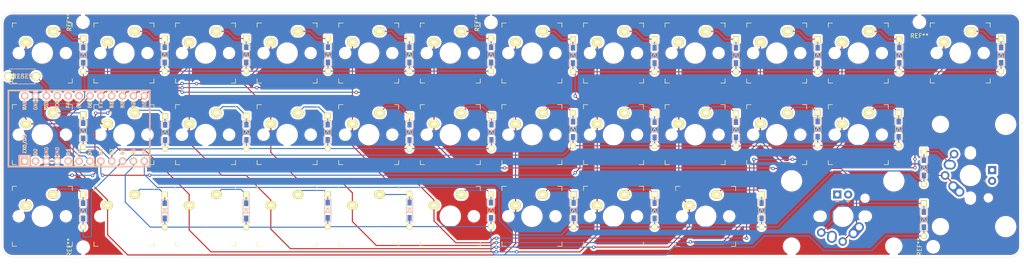
<source format=kicad_pcb>
(kicad_pcb (version 20171130) (host pcbnew "(5.1.5)-2")
  (layers (0 F.Cu signal) (31 B.Cu signal) (34 B.Paste user) (35 F.Paste user) (36 B.SilkS user) (37 F.SilkS user) (38 B.Mask user) (39 F.Mask user) (44 Edge.Cuts user))
  (net 0 "")
  (net 1 "Net-(D1-Pad1)")
  (net 2 row0)
  (net 3 "Net-(D2-Pad1)")
  (net 4 "Net-(D3-Pad1)")
  (net 5 "Net-(D4-Pad1)")
  (net 6 "Net-(D5-Pad1)")
  (net 7 "Net-(D6-Pad1)")
  (net 8 "Net-(D7-Pad1)")
  (net 9 row1)
  (net 10 "Net-(D8-Pad1)")
  (net 11 "Net-(D9-Pad1)")
  (net 12 "Net-(D10-Pad1)")
  (net 13 "Net-(D11-Pad1)")
  (net 14 "Net-(D12-Pad1)")
  (net 15 row2)
  (net 16 "Net-(D13-Pad1)")
  (net 17 "Net-(D14-Pad1)")
  (net 18 "Net-(D15-Pad1)")
  (net 19 "Net-(D16-Pad1)")
  (net 20 "Net-(D17-Pad1)")
  (net 21 "Net-(D18-Pad1)")
  (net 22 "Net-(D19-Pad1)")
  (net 23 row3)
  (net 24 "Net-(D20-Pad1)")
  (net 25 "Net-(D21-Pad1)")
  (net 26 "Net-(D22-Pad1)")
  (net 27 "Net-(D23-Pad1)")
  (net 28 "Net-(D24-Pad1)")
  (net 29 "Net-(D25-Pad1)")
  (net 30 row4)
  (net 31 "Net-(D26-Pad1)")
  (net 32 "Net-(D27-Pad1)")
  (net 33 "Net-(D28-Pad1)")
  (net 34 "Net-(D29-Pad1)")
  (net 35 "Net-(D30-Pad1)")
  (net 36 row5)
  (net 37 "Net-(D31-Pad1)")
  (net 38 "Net-(D32-Pad1)")
  (net 39 "Net-(D33-Pad1)")
  (net 40 "Net-(D34-Pad1)")
  (net 41 reset)
  (net 42 GND)
  (net 43 col0)
  (net 44 col1)
  (net 45 col2)
  (net 46 col3)
  (net 47 col4)
  (net 48 col5)
  (net 49 "Net-(U1-Pad1)")
  (net 50 "Net-(U1-Pad2)")
  (net 51 "Net-(U1-Pad5)")
  (net 52 "Net-(U1-Pad6)")
  (net 53 "Net-(U1-Pad19)")
  (net 54 "Net-(U1-Pad20)")
  (net 55 VCC)
  (net 56 "Net-(U1-Pad24)")
  (module MountingHole:MountingHole_2.2mm_M2 (layer F.Cu) (at 47.11 137.85 90)
    (fp_text reference REF** (at 0 -3.2 90) (layer F.SilkS))
    (fp_text value MountingHole_2.2mm_M2)
    (pad 1 np_thru_hole circle (at 0 0 90) (size 2.2 2.2) (drill 2.2) (layers *.Cu *.Mask))
  )
  (module MountingHole:MountingHole_2.2mm_M2 (layer F.Cu) (at 47.07 85.31 90)
    (fp_text reference REF** (at 0 -3.2 90) (layer F.SilkS))
    (fp_text value MountingHole_2.2mm_M2)
    (pad 1 np_thru_hole circle (at 0 0 90) (size 2.2 2.2) (drill 2.2) (layers *.Cu *.Mask))
  )
  (module MountingHole:MountingHole_2.2mm_M2 (layer F.Cu) (at 142.32 85.38 90)
    (fp_text reference REF** (at 0 -3.2 90) (layer F.SilkS))
    (fp_text value MountingHole_2.2mm_M2)
    (pad 1 np_thru_hole circle (at 0 0 90) (size 2.2 2.2) (drill 2.2) (layers *.Cu *.Mask))
  )
  (module MountingHole:MountingHole_2.2mm_M2 (layer F.Cu) (at 245.56 137.76 90)
    (fp_text reference REF** (at 0 -3.2 90) (layer F.SilkS))
    (fp_text value MountingHole_2.2mm_M2)
    (pad 1 np_thru_hole circle (at 0 0 90) (size 2.2 2.2) (drill 2.2) (layers *.Cu *.Mask))
  )
  (module MountingHole:MountingHole_2.2mm_M2 (layer F.Cu) (at 242.35 85.32 180)
    (fp_text reference REF** (at 0 -3.2) (layer F.SilkS))
    (fp_text value MountingHole_2.2mm_M2)
    (pad 1 np_thru_hole circle (at 0 0 180) (size 2.2 2.2) (drill 2.2) (layers *.Cu *.Mask))
  )
  (module kbd:CherryMX_1u (layer F.Cu) (at 37.58 130.63)
    (fp_text reference SW25 hide)
    (fp_text value KEY_SW hide)
    (pad 1 thru_hole oval (at -3.81 -2.54) (size 2.5 2) (drill oval 1.2 0.8) (layers *.Cu F.SilkS B.Mask) (net 48 col5))
    (pad 2 thru_hole oval (at 2.54 -5.08) (size 2.5 2) (drill oval 1.2 0.8) (layers *.Cu F.SilkS B.Mask) (net 28 "Net-(D24-Pad1)"))
    (pad "" np_thru_hole circle (at 5.5 0 90) (size 1.9 1.9) (drill 1.9) (layers *.Cu *.Mask))
    (pad "" np_thru_hole circle (at -5.5 0 90) (size 1.9 1.9) (drill 1.9) (layers *.Cu *.Mask))
    (pad "" np_thru_hole circle (at 0 0 90) (size 4 4) (drill 4) (layers *.Cu *.Mask))
  )
  (module kbd:CherryMX_1u (layer F.Cu) (at 113.78 92.53)
    (fp_text reference SW6 hide)
    (fp_text value KEY_SW hide)
    (pad "" np_thru_hole circle (at 0 0 90) (size 4 4) (drill 4) (layers *.Cu *.Mask))
    (pad "" np_thru_hole circle (at -5.5 0 90) (size 1.9 1.9) (drill 1.9) (layers *.Cu *.Mask))
    (pad "" np_thru_hole circle (at 5.5 0 90) (size 1.9 1.9) (drill 1.9) (layers *.Cu *.Mask))
    (pad 2 thru_hole oval (at 2.54 -5.08) (size 2.5 2) (drill oval 1.2 0.8) (layers *.Cu F.SilkS B.Mask) (net 6 "Net-(D5-Pad1)"))
    (pad 1 thru_hole oval (at -3.81 -2.54) (size 2.5 2) (drill oval 1.2 0.8) (layers *.Cu F.SilkS B.Mask) (net 47 col4))
  )
  (module kbd:D3_TH_SMD (layer F.Cu) (at 123.3 111.04 270)
    (fp_text reference D17 hide)
    (fp_text value DIODE hide)
    (pad 1 smd rect (at -1.775 0 270) (size 1.3 0.95) (layers F.Cu F.Paste F.Mask) (net 20 "Net-(D17-Pad1)"))
    (pad 2 smd rect (at 1.775 0 270) (size 1.3 0.95) (layers B.Cu B.Paste B.Mask) (net 15 row2))
    (pad 1 smd rect (at -1.775 0 270) (size 1.3 0.95) (layers B.Cu B.Paste B.Mask) (net 20 "Net-(D17-Pad1)"))
    (pad 1 thru_hole rect (at -3.81 0 270) (size 1.397 1.397) (drill 0.8128) (layers *.Cu *.Mask F.SilkS) (net 20 "Net-(D17-Pad1)"))
    (pad 2 thru_hole circle (at 3.81 0 270) (size 1.397 1.397) (drill 0.8128) (layers *.Cu *.Mask F.SilkS) (net 15 row2))
    (pad 2 smd rect (at 1.775 0 270) (size 1.3 0.95) (layers F.Cu F.Paste F.Mask) (net 15 row2))
  )
  (module kbd:D3_TH_SMD (layer F.Cu) (at 180.51 93.09 270)
    (fp_text reference D8 hide)
    (fp_text value DIODE hide)
    (pad 1 smd rect (at -1.775 0 270) (size 1.3 0.95) (layers F.Cu F.Paste F.Mask) (net 10 "Net-(D8-Pad1)"))
    (pad 2 smd rect (at 1.775 0 270) (size 1.3 0.95) (layers B.Cu B.Paste B.Mask) (net 9 row1))
    (pad 1 smd rect (at -1.775 0 270) (size 1.3 0.95) (layers B.Cu B.Paste B.Mask) (net 10 "Net-(D8-Pad1)"))
    (pad 1 thru_hole rect (at -3.81 0 270) (size 1.397 1.397) (drill 0.8128) (layers *.Cu *.Mask F.SilkS) (net 10 "Net-(D8-Pad1)"))
    (pad 2 thru_hole circle (at 3.81 0 270) (size 1.397 1.397) (drill 0.8128) (layers *.Cu *.Mask F.SilkS) (net 9 row1))
    (pad 2 smd rect (at 1.775 0 270) (size 1.3 0.95) (layers F.Cu F.Paste F.Mask) (net 9 row1))
  )
  (module kbd:CherryMX_1u (layer F.Cu) (at 251.88 92.51)
    (fp_text reference SW13 hide)
    (fp_text value KEY_SW hide)
    (pad 1 thru_hole oval (at -3.81 -2.54) (size 2.5 2) (drill oval 1.2 0.8) (layers *.Cu F.SilkS B.Mask) (net 48 col5))
    (pad 2 thru_hole oval (at 2.54 -5.08) (size 2.5 2) (drill oval 1.2 0.8) (layers *.Cu F.SilkS B.Mask) (net 14 "Net-(D12-Pad1)"))
    (pad "" np_thru_hole circle (at 5.5 0 90) (size 1.9 1.9) (drill 1.9) (layers *.Cu *.Mask))
    (pad "" np_thru_hole circle (at -5.5 0 90) (size 1.9 1.9) (drill 1.9) (layers *.Cu *.Mask))
    (pad "" np_thru_hole circle (at 0 0 90) (size 4 4) (drill 4) (layers *.Cu *.Mask))
  )
  (module kbd:D3_TH_SMD (layer F.Cu) (at 47.14 93 270)
    (fp_text reference D1 hide)
    (fp_text value DIODE hide)
    (pad 1 smd rect (at -1.775 0 270) (size 1.3 0.95) (layers F.Cu F.Paste F.Mask) (net 1 "Net-(D1-Pad1)"))
    (pad 2 smd rect (at 1.775 0 270) (size 1.3 0.95) (layers B.Cu B.Paste B.Mask) (net 2 row0))
    (pad 1 smd rect (at -1.775 0 270) (size 1.3 0.95) (layers B.Cu B.Paste B.Mask) (net 1 "Net-(D1-Pad1)"))
    (pad 1 thru_hole rect (at -3.81 0 270) (size 1.397 1.397) (drill 0.8128) (layers *.Cu *.Mask F.SilkS) (net 1 "Net-(D1-Pad1)"))
    (pad 2 thru_hole circle (at 3.81 0 270) (size 1.397 1.397) (drill 0.8128) (layers *.Cu *.Mask F.SilkS) (net 2 row0))
    (pad 2 smd rect (at 1.775 0 270) (size 1.3 0.95) (layers F.Cu F.Paste F.Mask) (net 2 row0))
  )
  (module kbd:D3_TH_SMD (layer F.Cu) (at 66.15 92.95 270)
    (fp_text reference D2 hide)
    (fp_text value DIODE hide)
    (pad 2 smd rect (at 1.775 0 270) (size 1.3 0.95) (layers F.Cu F.Paste F.Mask) (net 2 row0))
    (pad 2 thru_hole circle (at 3.81 0 270) (size 1.397 1.397) (drill 0.8128) (layers *.Cu *.Mask F.SilkS) (net 2 row0))
    (pad 1 thru_hole rect (at -3.81 0 270) (size 1.397 1.397) (drill 0.8128) (layers *.Cu *.Mask F.SilkS) (net 3 "Net-(D2-Pad1)"))
    (pad 1 smd rect (at -1.775 0 270) (size 1.3 0.95) (layers B.Cu B.Paste B.Mask) (net 3 "Net-(D2-Pad1)"))
    (pad 2 smd rect (at 1.775 0 270) (size 1.3 0.95) (layers B.Cu B.Paste B.Mask) (net 2 row0))
    (pad 1 smd rect (at -1.775 0 270) (size 1.3 0.95) (layers F.Cu F.Paste F.Mask) (net 3 "Net-(D2-Pad1)"))
  )
  (module kbd:D3_TH_SMD (layer F.Cu) (at 85.18 92.95 270)
    (fp_text reference D3 hide)
    (fp_text value DIODE hide)
    (pad 1 smd rect (at -1.775 0 270) (size 1.3 0.95) (layers F.Cu F.Paste F.Mask) (net 4 "Net-(D3-Pad1)"))
    (pad 2 smd rect (at 1.775 0 270) (size 1.3 0.95) (layers B.Cu B.Paste B.Mask) (net 2 row0))
    (pad 1 smd rect (at -1.775 0 270) (size 1.3 0.95) (layers B.Cu B.Paste B.Mask) (net 4 "Net-(D3-Pad1)"))
    (pad 1 thru_hole rect (at -3.81 0 270) (size 1.397 1.397) (drill 0.8128) (layers *.Cu *.Mask F.SilkS) (net 4 "Net-(D3-Pad1)"))
    (pad 2 thru_hole circle (at 3.81 0 270) (size 1.397 1.397) (drill 0.8128) (layers *.Cu *.Mask F.SilkS) (net 2 row0))
    (pad 2 smd rect (at 1.775 0 270) (size 1.3 0.95) (layers F.Cu F.Paste F.Mask) (net 2 row0))
  )
  (module kbd:D3_TH_SMD (layer F.Cu) (at 104.27 92.94 270)
    (fp_text reference D4 hide)
    (fp_text value DIODE hide)
    (pad 2 smd rect (at 1.775 0 270) (size 1.3 0.95) (layers F.Cu F.Paste F.Mask) (net 2 row0))
    (pad 2 thru_hole circle (at 3.81 0 270) (size 1.397 1.397) (drill 0.8128) (layers *.Cu *.Mask F.SilkS) (net 2 row0))
    (pad 1 thru_hole rect (at -3.81 0 270) (size 1.397 1.397) (drill 0.8128) (layers *.Cu *.Mask F.SilkS) (net 5 "Net-(D4-Pad1)"))
    (pad 1 smd rect (at -1.775 0 270) (size 1.3 0.95) (layers B.Cu B.Paste B.Mask) (net 5 "Net-(D4-Pad1)"))
    (pad 2 smd rect (at 1.775 0 270) (size 1.3 0.95) (layers B.Cu B.Paste B.Mask) (net 2 row0))
    (pad 1 smd rect (at -1.775 0 270) (size 1.3 0.95) (layers F.Cu F.Paste F.Mask) (net 5 "Net-(D4-Pad1)"))
  )
  (module kbd:D3_TH_SMD (layer F.Cu) (at 123.28 92.94 270)
    (fp_text reference D5 hide)
    (fp_text value DIODE hide)
    (pad 2 smd rect (at 1.775 0 270) (size 1.3 0.95) (layers F.Cu F.Paste F.Mask) (net 2 row0))
    (pad 2 thru_hole circle (at 3.81 0 270) (size 1.397 1.397) (drill 0.8128) (layers *.Cu *.Mask F.SilkS) (net 2 row0))
    (pad 1 thru_hole rect (at -3.81 0 270) (size 1.397 1.397) (drill 0.8128) (layers *.Cu *.Mask F.SilkS) (net 6 "Net-(D5-Pad1)"))
    (pad 1 smd rect (at -1.775 0 270) (size 1.3 0.95) (layers B.Cu B.Paste B.Mask) (net 6 "Net-(D5-Pad1)"))
    (pad 2 smd rect (at 1.775 0 270) (size 1.3 0.95) (layers B.Cu B.Paste B.Mask) (net 2 row0))
    (pad 1 smd rect (at -1.775 0 270) (size 1.3 0.95) (layers F.Cu F.Paste F.Mask) (net 6 "Net-(D5-Pad1)"))
  )
  (module kbd:D3_TH_SMD (layer F.Cu) (at 142.35 92.95 270)
    (fp_text reference D6 hide)
    (fp_text value DIODE hide)
    (pad 1 smd rect (at -1.775 0 270) (size 1.3 0.95) (layers F.Cu F.Paste F.Mask) (net 7 "Net-(D6-Pad1)"))
    (pad 2 smd rect (at 1.775 0 270) (size 1.3 0.95) (layers B.Cu B.Paste B.Mask) (net 2 row0))
    (pad 1 smd rect (at -1.775 0 270) (size 1.3 0.95) (layers B.Cu B.Paste B.Mask) (net 7 "Net-(D6-Pad1)"))
    (pad 1 thru_hole rect (at -3.81 0 270) (size 1.397 1.397) (drill 0.8128) (layers *.Cu *.Mask F.SilkS) (net 7 "Net-(D6-Pad1)"))
    (pad 2 thru_hole circle (at 3.81 0 270) (size 1.397 1.397) (drill 0.8128) (layers *.Cu *.Mask F.SilkS) (net 2 row0))
    (pad 2 smd rect (at 1.775 0 270) (size 1.3 0.95) (layers F.Cu F.Paste F.Mask) (net 2 row0))
  )
  (module kbd:D3_TH_SMD (layer F.Cu) (at 161.46 93.08 270)
    (fp_text reference D7 hide)
    (fp_text value DIODE hide)
    (pad 1 smd rect (at -1.775 0 270) (size 1.3 0.95) (layers F.Cu F.Paste F.Mask) (net 8 "Net-(D7-Pad1)"))
    (pad 2 smd rect (at 1.775 0 270) (size 1.3 0.95) (layers B.Cu B.Paste B.Mask) (net 9 row1))
    (pad 1 smd rect (at -1.775 0 270) (size 1.3 0.95) (layers B.Cu B.Paste B.Mask) (net 8 "Net-(D7-Pad1)"))
    (pad 1 thru_hole rect (at -3.81 0 270) (size 1.397 1.397) (drill 0.8128) (layers *.Cu *.Mask F.SilkS) (net 8 "Net-(D7-Pad1)"))
    (pad 2 thru_hole circle (at 3.81 0 270) (size 1.397 1.397) (drill 0.8128) (layers *.Cu *.Mask F.SilkS) (net 9 row1))
    (pad 2 smd rect (at 1.775 0 270) (size 1.3 0.95) (layers F.Cu F.Paste F.Mask) (net 9 row1))
  )
  (module kbd:D3_TH_SMD (layer F.Cu) (at 199.52 93.09 270)
    (fp_text reference D9 hide)
    (fp_text value DIODE hide)
    (pad 2 smd rect (at 1.775 0 270) (size 1.3 0.95) (layers F.Cu F.Paste F.Mask) (net 9 row1))
    (pad 2 thru_hole circle (at 3.81 0 270) (size 1.397 1.397) (drill 0.8128) (layers *.Cu *.Mask F.SilkS) (net 9 row1))
    (pad 1 thru_hole rect (at -3.81 0 270) (size 1.397 1.397) (drill 0.8128) (layers *.Cu *.Mask F.SilkS) (net 11 "Net-(D9-Pad1)"))
    (pad 1 smd rect (at -1.775 0 270) (size 1.3 0.95) (layers B.Cu B.Paste B.Mask) (net 11 "Net-(D9-Pad1)"))
    (pad 2 smd rect (at 1.775 0 270) (size 1.3 0.95) (layers B.Cu B.Paste B.Mask) (net 9 row1))
    (pad 1 smd rect (at -1.775 0 270) (size 1.3 0.95) (layers F.Cu F.Paste F.Mask) (net 11 "Net-(D9-Pad1)"))
  )
  (module kbd:D3_TH_SMD (layer F.Cu) (at 218.59 93.09 270)
    (fp_text reference D10 hide)
    (fp_text value DIODE hide)
    (pad 1 smd rect (at -1.775 0 270) (size 1.3 0.95) (layers F.Cu F.Paste F.Mask) (net 12 "Net-(D10-Pad1)"))
    (pad 2 smd rect (at 1.775 0 270) (size 1.3 0.95) (layers B.Cu B.Paste B.Mask) (net 9 row1))
    (pad 1 smd rect (at -1.775 0 270) (size 1.3 0.95) (layers B.Cu B.Paste B.Mask) (net 12 "Net-(D10-Pad1)"))
    (pad 1 thru_hole rect (at -3.81 0 270) (size 1.397 1.397) (drill 0.8128) (layers *.Cu *.Mask F.SilkS) (net 12 "Net-(D10-Pad1)"))
    (pad 2 thru_hole circle (at 3.81 0 270) (size 1.397 1.397) (drill 0.8128) (layers *.Cu *.Mask F.SilkS) (net 9 row1))
    (pad 2 smd rect (at 1.775 0 270) (size 1.3 0.95) (layers F.Cu F.Paste F.Mask) (net 9 row1))
  )
  (module kbd:D3_TH_SMD (layer F.Cu) (at 237.64 93.06 270)
    (fp_text reference D11 hide)
    (fp_text value DIODE hide)
    (pad 2 smd rect (at 1.775 0 270) (size 1.3 0.95) (layers F.Cu F.Paste F.Mask) (net 9 row1))
    (pad 2 thru_hole circle (at 3.81 0 270) (size 1.397 1.397) (drill 0.8128) (layers *.Cu *.Mask F.SilkS) (net 9 row1))
    (pad 1 thru_hole rect (at -3.81 0 270) (size 1.397 1.397) (drill 0.8128) (layers *.Cu *.Mask F.SilkS) (net 13 "Net-(D11-Pad1)"))
    (pad 1 smd rect (at -1.775 0 270) (size 1.3 0.95) (layers B.Cu B.Paste B.Mask) (net 13 "Net-(D11-Pad1)"))
    (pad 2 smd rect (at 1.775 0 270) (size 1.3 0.95) (layers B.Cu B.Paste B.Mask) (net 9 row1))
    (pad 1 smd rect (at -1.775 0 270) (size 1.3 0.95) (layers F.Cu F.Paste F.Mask) (net 13 "Net-(D11-Pad1)"))
  )
  (module kbd:D3_TH_SMD (layer F.Cu) (at 261.42 93.01 270)
    (fp_text reference D12 hide)
    (fp_text value DIODE hide)
    (pad 1 smd rect (at -1.775 0 270) (size 1.3 0.95) (layers F.Cu F.Paste F.Mask) (net 14 "Net-(D12-Pad1)"))
    (pad 2 smd rect (at 1.775 0 270) (size 1.3 0.95) (layers B.Cu B.Paste B.Mask) (net 9 row1))
    (pad 1 smd rect (at -1.775 0 270) (size 1.3 0.95) (layers B.Cu B.Paste B.Mask) (net 14 "Net-(D12-Pad1)"))
    (pad 1 thru_hole rect (at -3.81 0 270) (size 1.397 1.397) (drill 0.8128) (layers *.Cu *.Mask F.SilkS) (net 14 "Net-(D12-Pad1)"))
    (pad 2 thru_hole circle (at 3.81 0 270) (size 1.397 1.397) (drill 0.8128) (layers *.Cu *.Mask F.SilkS) (net 9 row1))
    (pad 2 smd rect (at 1.775 0 270) (size 1.3 0.95) (layers F.Cu F.Paste F.Mask) (net 9 row1))
  )
  (module kbd:D3_TH_SMD (layer F.Cu) (at 47.12 110.65 270)
    (fp_text reference D13 hide)
    (fp_text value DIODE hide)
    (pad 2 smd rect (at 1.775 0 270) (size 1.3 0.95) (layers F.Cu F.Paste F.Mask) (net 15 row2))
    (pad 2 thru_hole circle (at 3.81 0 270) (size 1.397 1.397) (drill 0.8128) (layers *.Cu *.Mask F.SilkS) (net 15 row2))
    (pad 1 thru_hole rect (at -3.81 0 270) (size 1.397 1.397) (drill 0.8128) (layers *.Cu *.Mask F.SilkS) (net 16 "Net-(D13-Pad1)"))
    (pad 1 smd rect (at -1.775 0 270) (size 1.3 0.95) (layers B.Cu B.Paste B.Mask) (net 16 "Net-(D13-Pad1)"))
    (pad 2 smd rect (at 1.775 0 270) (size 1.3 0.95) (layers B.Cu B.Paste B.Mask) (net 15 row2))
    (pad 1 smd rect (at -1.775 0 270) (size 1.3 0.95) (layers F.Cu F.Paste F.Mask) (net 16 "Net-(D13-Pad1)"))
  )
  (module kbd:D3_TH_SMD (layer F.Cu) (at 66.24 111.06 270)
    (fp_text reference D14 hide)
    (fp_text value DIODE hide)
    (pad 2 smd rect (at 1.775 0 270) (size 1.3 0.95) (layers F.Cu F.Paste F.Mask) (net 15 row2))
    (pad 2 thru_hole circle (at 3.81 0 270) (size 1.397 1.397) (drill 0.8128) (layers *.Cu *.Mask F.SilkS) (net 15 row2))
    (pad 1 thru_hole rect (at -3.81 0 270) (size 1.397 1.397) (drill 0.8128) (layers *.Cu *.Mask F.SilkS) (net 17 "Net-(D14-Pad1)"))
    (pad 1 smd rect (at -1.775 0 270) (size 1.3 0.95) (layers B.Cu B.Paste B.Mask) (net 17 "Net-(D14-Pad1)"))
    (pad 2 smd rect (at 1.775 0 270) (size 1.3 0.95) (layers B.Cu B.Paste B.Mask) (net 15 row2))
    (pad 1 smd rect (at -1.775 0 270) (size 1.3 0.95) (layers F.Cu F.Paste F.Mask) (net 17 "Net-(D14-Pad1)"))
  )
  (module kbd:D3_TH_SMD (layer F.Cu) (at 85.23 111.01 270)
    (fp_text reference D15 hide)
    (fp_text value DIODE hide)
    (pad 1 smd rect (at -1.775 0 270) (size 1.3 0.95) (layers F.Cu F.Paste F.Mask) (net 18 "Net-(D15-Pad1)"))
    (pad 2 smd rect (at 1.775 0 270) (size 1.3 0.95) (layers B.Cu B.Paste B.Mask) (net 15 row2))
    (pad 1 smd rect (at -1.775 0 270) (size 1.3 0.95) (layers B.Cu B.Paste B.Mask) (net 18 "Net-(D15-Pad1)"))
    (pad 1 thru_hole rect (at -3.81 0 270) (size 1.397 1.397) (drill 0.8128) (layers *.Cu *.Mask F.SilkS) (net 18 "Net-(D15-Pad1)"))
    (pad 2 thru_hole circle (at 3.81 0 270) (size 1.397 1.397) (drill 0.8128) (layers *.Cu *.Mask F.SilkS) (net 15 row2))
    (pad 2 smd rect (at 1.775 0 270) (size 1.3 0.95) (layers F.Cu F.Paste F.Mask) (net 15 row2))
  )
  (module kbd:D3_TH_SMD (layer F.Cu) (at 104.2 111.01 270)
    (fp_text reference D16 hide)
    (fp_text value DIODE hide)
    (pad 2 smd rect (at 1.775 0 270) (size 1.3 0.95) (layers F.Cu F.Paste F.Mask) (net 15 row2))
    (pad 2 thru_hole circle (at 3.81 0 270) (size 1.397 1.397) (drill 0.8128) (layers *.Cu *.Mask F.SilkS) (net 15 row2))
    (pad 1 thru_hole rect (at -3.81 0 270) (size 1.397 1.397) (drill 0.8128) (layers *.Cu *.Mask F.SilkS) (net 19 "Net-(D16-Pad1)"))
    (pad 1 smd rect (at -1.775 0 270) (size 1.3 0.95) (layers B.Cu B.Paste B.Mask) (net 19 "Net-(D16-Pad1)"))
    (pad 2 smd rect (at 1.775 0 270) (size 1.3 0.95) (layers B.Cu B.Paste B.Mask) (net 15 row2))
    (pad 1 smd rect (at -1.775 0 270) (size 1.3 0.95) (layers F.Cu F.Paste F.Mask) (net 19 "Net-(D16-Pad1)"))
  )
  (module kbd:D3_TH_SMD (layer F.Cu) (at 142.44 111 270)
    (fp_text reference D18 hide)
    (fp_text value DIODE hide)
    (pad 2 smd rect (at 1.775 0 270) (size 1.3 0.95) (layers F.Cu F.Paste F.Mask) (net 15 row2))
    (pad 2 thru_hole circle (at 3.81 0 270) (size 1.397 1.397) (drill 0.8128) (layers *.Cu *.Mask F.SilkS) (net 15 row2))
    (pad 1 thru_hole rect (at -3.81 0 270) (size 1.397 1.397) (drill 0.8128) (layers *.Cu *.Mask F.SilkS) (net 21 "Net-(D18-Pad1)"))
    (pad 1 smd rect (at -1.775 0 270) (size 1.3 0.95) (layers B.Cu B.Paste B.Mask) (net 21 "Net-(D18-Pad1)"))
    (pad 2 smd rect (at 1.775 0 270) (size 1.3 0.95) (layers B.Cu B.Paste B.Mask) (net 15 row2))
    (pad 1 smd rect (at -1.775 0 270) (size 1.3 0.95) (layers F.Cu F.Paste F.Mask) (net 21 "Net-(D18-Pad1)"))
  )
  (module kbd:D3_TH_SMD (layer F.Cu) (at 161.48 110.34 270)
    (fp_text reference D19 hide)
    (fp_text value DIODE hide)
    (pad 1 smd rect (at -1.775 0 270) (size 1.3 0.95) (layers F.Cu F.Paste F.Mask) (net 22 "Net-(D19-Pad1)"))
    (pad 2 smd rect (at 1.775 0 270) (size 1.3 0.95) (layers B.Cu B.Paste B.Mask) (net 23 row3))
    (pad 1 smd rect (at -1.775 0 270) (size 1.3 0.95) (layers B.Cu B.Paste B.Mask) (net 22 "Net-(D19-Pad1)"))
    (pad 1 thru_hole rect (at -3.81 0 270) (size 1.397 1.397) (drill 0.8128) (layers *.Cu *.Mask F.SilkS) (net 22 "Net-(D19-Pad1)"))
    (pad 2 thru_hole circle (at 3.81 0 270) (size 1.397 1.397) (drill 0.8128) (layers *.Cu *.Mask F.SilkS) (net 23 row3))
    (pad 2 smd rect (at 1.775 0 270) (size 1.3 0.95) (layers F.Cu F.Paste F.Mask) (net 23 row3))
  )
  (module kbd:D3_TH_SMD (layer F.Cu) (at 180.51 110.44 270)
    (fp_text reference D20 hide)
    (fp_text value DIODE hide)
    (pad 2 smd rect (at 1.775 0 270) (size 1.3 0.95) (layers F.Cu F.Paste F.Mask) (net 23 row3))
    (pad 2 thru_hole circle (at 3.81 0 270) (size 1.397 1.397) (drill 0.8128) (layers *.Cu *.Mask F.SilkS) (net 23 row3))
    (pad 1 thru_hole rect (at -3.81 0 270) (size 1.397 1.397) (drill 0.8128) (layers *.Cu *.Mask F.SilkS) (net 24 "Net-(D20-Pad1)"))
    (pad 1 smd rect (at -1.775 0 270) (size 1.3 0.95) (layers B.Cu B.Paste B.Mask) (net 24 "Net-(D20-Pad1)"))
    (pad 2 smd rect (at 1.775 0 270) (size 1.3 0.95) (layers B.Cu B.Paste B.Mask) (net 23 row3))
    (pad 1 smd rect (at -1.775 0 270) (size 1.3 0.95) (layers F.Cu F.Paste F.Mask) (net 24 "Net-(D20-Pad1)"))
  )
  (module kbd:D3_TH_SMD (layer F.Cu) (at 199.52 110.42 270)
    (fp_text reference D21 hide)
    (fp_text value DIODE hide)
    (pad 1 smd rect (at -1.775 0 270) (size 1.3 0.95) (layers F.Cu F.Paste F.Mask) (net 25 "Net-(D21-Pad1)"))
    (pad 2 smd rect (at 1.775 0 270) (size 1.3 0.95) (layers B.Cu B.Paste B.Mask) (net 23 row3))
    (pad 1 smd rect (at -1.775 0 270) (size 1.3 0.95) (layers B.Cu B.Paste B.Mask) (net 25 "Net-(D21-Pad1)"))
    (pad 1 thru_hole rect (at -3.81 0 270) (size 1.397 1.397) (drill 0.8128) (layers *.Cu *.Mask F.SilkS) (net 25 "Net-(D21-Pad1)"))
    (pad 2 thru_hole circle (at 3.81 0 270) (size 1.397 1.397) (drill 0.8128) (layers *.Cu *.Mask F.SilkS) (net 23 row3))
    (pad 2 smd rect (at 1.775 0 270) (size 1.3 0.95) (layers F.Cu F.Paste F.Mask) (net 23 row3))
  )
  (module kbd:D3_TH_SMD (layer F.Cu) (at 218.59 110.28 270)
    (fp_text reference D22 hide)
    (fp_text value DIODE hide)
    (pad 2 smd rect (at 1.775 0 270) (size 1.3 0.95) (layers F.Cu F.Paste F.Mask) (net 23 row3))
    (pad 2 thru_hole circle (at 3.81 0 270) (size 1.397 1.397) (drill 0.8128) (layers *.Cu *.Mask F.SilkS) (net 23 row3))
    (pad 1 thru_hole rect (at -3.81 0 270) (size 1.397 1.397) (drill 0.8128) (layers *.Cu *.Mask F.SilkS) (net 26 "Net-(D22-Pad1)"))
    (pad 1 smd rect (at -1.775 0 270) (size 1.3 0.95) (layers B.Cu B.Paste B.Mask) (net 26 "Net-(D22-Pad1)"))
    (pad 2 smd rect (at 1.775 0 270) (size 1.3 0.95) (layers B.Cu B.Paste B.Mask) (net 23 row3))
    (pad 1 smd rect (at -1.775 0 270) (size 1.3 0.95) (layers F.Cu F.Paste F.Mask) (net 26 "Net-(D22-Pad1)"))
  )
  (module kbd:D3_TH_SMD (layer F.Cu) (at 237.51 110.3 270)
    (fp_text reference D23 hide)
    (fp_text value DIODE hide)
    (pad 1 smd rect (at -1.775 0 270) (size 1.3 0.95) (layers F.Cu F.Paste F.Mask) (net 27 "Net-(D23-Pad1)"))
    (pad 2 smd rect (at 1.775 0 270) (size 1.3 0.95) (layers B.Cu B.Paste B.Mask) (net 23 row3))
    (pad 1 smd rect (at -1.775 0 270) (size 1.3 0.95) (layers B.Cu B.Paste B.Mask) (net 27 "Net-(D23-Pad1)"))
    (pad 1 thru_hole rect (at -3.81 0 270) (size 1.397 1.397) (drill 0.8128) (layers *.Cu *.Mask F.SilkS) (net 27 "Net-(D23-Pad1)"))
    (pad 2 thru_hole circle (at 3.81 0 270) (size 1.397 1.397) (drill 0.8128) (layers *.Cu *.Mask F.SilkS) (net 23 row3))
    (pad 2 smd rect (at 1.775 0 270) (size 1.3 0.95) (layers F.Cu F.Paste F.Mask) (net 23 row3))
  )
  (module kbd:D3_TH_SMD (layer F.Cu) (at 47.11 129.35 270)
    (fp_text reference D24 hide)
    (fp_text value DIODE hide)
    (pad 2 smd rect (at 1.775 0 270) (size 1.3 0.95) (layers F.Cu F.Paste F.Mask) (net 23 row3))
    (pad 2 thru_hole circle (at 3.81 0 270) (size 1.397 1.397) (drill 0.8128) (layers *.Cu *.Mask F.SilkS) (net 23 row3))
    (pad 1 thru_hole rect (at -3.81 0 270) (size 1.397 1.397) (drill 0.8128) (layers *.Cu *.Mask F.SilkS) (net 28 "Net-(D24-Pad1)"))
    (pad 1 smd rect (at -1.775 0 270) (size 1.3 0.95) (layers B.Cu B.Paste B.Mask) (net 28 "Net-(D24-Pad1)"))
    (pad 2 smd rect (at 1.775 0 270) (size 1.3 0.95) (layers B.Cu B.Paste B.Mask) (net 23 row3))
    (pad 1 smd rect (at -1.775 0 270) (size 1.3 0.95) (layers F.Cu F.Paste F.Mask) (net 28 "Net-(D24-Pad1)"))
  )
  (module kbd:D3_TH_SMD (layer F.Cu) (at 66.16 129.36 270)
    (fp_text reference D25 hide)
    (fp_text value DIODE hide)
    (pad 1 smd rect (at -1.775 0 270) (size 1.3 0.95) (layers F.Cu F.Paste F.Mask) (net 29 "Net-(D25-Pad1)"))
    (pad 2 smd rect (at 1.775 0 270) (size 1.3 0.95) (layers B.Cu B.Paste B.Mask) (net 30 row4))
    (pad 1 smd rect (at -1.775 0 270) (size 1.3 0.95) (layers B.Cu B.Paste B.Mask) (net 29 "Net-(D25-Pad1)"))
    (pad 1 thru_hole rect (at -3.81 0 270) (size 1.397 1.397) (drill 0.8128) (layers *.Cu *.Mask F.SilkS) (net 29 "Net-(D25-Pad1)"))
    (pad 2 thru_hole circle (at 3.81 0 270) (size 1.397 1.397) (drill 0.8128) (layers *.Cu *.Mask F.SilkS) (net 30 row4))
    (pad 2 smd rect (at 1.775 0 270) (size 1.3 0.95) (layers F.Cu F.Paste F.Mask) (net 30 row4))
  )
  (module kbd:D3_TH_SMD (layer F.Cu) (at 85.17 129.38 270)
    (fp_text reference D26 hide)
    (fp_text value DIODE hide)
    (pad 1 smd rect (at -1.775 0 270) (size 1.3 0.95) (layers F.Cu F.Paste F.Mask) (net 31 "Net-(D26-Pad1)"))
    (pad 2 smd rect (at 1.775 0 270) (size 1.3 0.95) (layers B.Cu B.Paste B.Mask) (net 30 row4))
    (pad 1 smd rect (at -1.775 0 270) (size 1.3 0.95) (layers B.Cu B.Paste B.Mask) (net 31 "Net-(D26-Pad1)"))
    (pad 1 thru_hole rect (at -3.81 0 270) (size 1.397 1.397) (drill 0.8128) (layers *.Cu *.Mask F.SilkS) (net 31 "Net-(D26-Pad1)"))
    (pad 2 thru_hole circle (at 3.81 0 270) (size 1.397 1.397) (drill 0.8128) (layers *.Cu *.Mask F.SilkS) (net 30 row4))
    (pad 2 smd rect (at 1.775 0 270) (size 1.3 0.95) (layers F.Cu F.Paste F.Mask) (net 30 row4))
  )
  (module kbd:D3_TH_SMD (layer F.Cu) (at 104.21 129.24 270)
    (fp_text reference D27 hide)
    (fp_text value DIODE hide)
    (pad 2 smd rect (at 1.775 0 270) (size 1.3 0.95) (layers F.Cu F.Paste F.Mask) (net 30 row4))
    (pad 2 thru_hole circle (at 3.81 0 270) (size 1.397 1.397) (drill 0.8128) (layers *.Cu *.Mask F.SilkS) (net 30 row4))
    (pad 1 thru_hole rect (at -3.81 0 270) (size 1.397 1.397) (drill 0.8128) (layers *.Cu *.Mask F.SilkS) (net 32 "Net-(D27-Pad1)"))
    (pad 1 smd rect (at -1.775 0 270) (size 1.3 0.95) (layers B.Cu B.Paste B.Mask) (net 32 "Net-(D27-Pad1)"))
    (pad 2 smd rect (at 1.775 0 270) (size 1.3 0.95) (layers B.Cu B.Paste B.Mask) (net 30 row4))
    (pad 1 smd rect (at -1.775 0 270) (size 1.3 0.95) (layers F.Cu F.Paste F.Mask) (net 32 "Net-(D27-Pad1)"))
  )
  (module kbd:D3_TH_SMD (layer F.Cu) (at 123.31 129.23 270)
    (fp_text reference D28 hide)
    (fp_text value DIODE hide)
    (pad 1 smd rect (at -1.775 0 270) (size 1.3 0.95) (layers F.Cu F.Paste F.Mask) (net 33 "Net-(D28-Pad1)"))
    (pad 2 smd rect (at 1.775 0 270) (size 1.3 0.95) (layers B.Cu B.Paste B.Mask) (net 30 row4))
    (pad 1 smd rect (at -1.775 0 270) (size 1.3 0.95) (layers B.Cu B.Paste B.Mask) (net 33 "Net-(D28-Pad1)"))
    (pad 1 thru_hole rect (at -3.81 0 270) (size 1.397 1.397) (drill 0.8128) (layers *.Cu *.Mask F.SilkS) (net 33 "Net-(D28-Pad1)"))
    (pad 2 thru_hole circle (at 3.81 0 270) (size 1.397 1.397) (drill 0.8128) (layers *.Cu *.Mask F.SilkS) (net 30 row4))
    (pad 2 smd rect (at 1.775 0 270) (size 1.3 0.95) (layers F.Cu F.Paste F.Mask) (net 30 row4))
  )
  (module kbd:D3_TH_SMD (layer F.Cu) (at 142.33 129.24 270)
    (fp_text reference D29 hide)
    (fp_text value DIODE hide)
    (pad 2 smd rect (at 1.775 0 270) (size 1.3 0.95) (layers F.Cu F.Paste F.Mask) (net 30 row4))
    (pad 2 thru_hole circle (at 3.81 0 270) (size 1.397 1.397) (drill 0.8128) (layers *.Cu *.Mask F.SilkS) (net 30 row4))
    (pad 1 thru_hole rect (at -3.81 0 270) (size 1.397 1.397) (drill 0.8128) (layers *.Cu *.Mask F.SilkS) (net 34 "Net-(D29-Pad1)"))
    (pad 1 smd rect (at -1.775 0 270) (size 1.3 0.95) (layers B.Cu B.Paste B.Mask) (net 34 "Net-(D29-Pad1)"))
    (pad 2 smd rect (at 1.775 0 270) (size 1.3 0.95) (layers B.Cu B.Paste B.Mask) (net 30 row4))
    (pad 1 smd rect (at -1.775 0 270) (size 1.3 0.95) (layers F.Cu F.Paste F.Mask) (net 34 "Net-(D29-Pad1)"))
  )
  (module kbd:D3_TH_SMD (layer F.Cu) (at 243.39 131.41 270)
    (fp_text reference D30 hide)
    (fp_text value DIODE hide)
    (pad 1 smd rect (at -1.775 0 270) (size 1.3 0.95) (layers F.Cu F.Paste F.Mask) (net 35 "Net-(D30-Pad1)"))
    (pad 2 smd rect (at 1.775 0 270) (size 1.3 0.95) (layers B.Cu B.Paste B.Mask) (net 30 row4))
    (pad 1 smd rect (at -1.775 0 270) (size 1.3 0.95) (layers B.Cu B.Paste B.Mask) (net 35 "Net-(D30-Pad1)"))
    (pad 1 thru_hole rect (at -3.81 0 270) (size 1.397 1.397) (drill 0.8128) (layers *.Cu *.Mask F.SilkS) (net 35 "Net-(D30-Pad1)"))
    (pad 2 thru_hole circle (at 3.81 0 270) (size 1.397 1.397) (drill 0.8128) (layers *.Cu *.Mask F.SilkS) (net 30 row4))
    (pad 2 smd rect (at 1.775 0 270) (size 1.3 0.95) (layers F.Cu F.Paste F.Mask) (net 30 row4))
  )
  (module kbd:D3_TH_SMD (layer F.Cu) (at 161.62 129.29 270)
    (fp_text reference D31 hide)
    (fp_text value DIODE hide)
    (pad 2 smd rect (at 1.775 0 270) (size 1.3 0.95) (layers F.Cu F.Paste F.Mask) (net 36 row5))
    (pad 2 thru_hole circle (at 3.81 0 270) (size 1.397 1.397) (drill 0.8128) (layers *.Cu *.Mask F.SilkS) (net 36 row5))
    (pad 1 thru_hole rect (at -3.81 0 270) (size 1.397 1.397) (drill 0.8128) (layers *.Cu *.Mask F.SilkS) (net 37 "Net-(D31-Pad1)"))
    (pad 1 smd rect (at -1.775 0 270) (size 1.3 0.95) (layers B.Cu B.Paste B.Mask) (net 37 "Net-(D31-Pad1)"))
    (pad 2 smd rect (at 1.775 0 270) (size 1.3 0.95) (layers B.Cu B.Paste B.Mask) (net 36 row5))
    (pad 1 smd rect (at -1.775 0 270) (size 1.3 0.95) (layers F.Cu F.Paste F.Mask) (net 37 "Net-(D31-Pad1)"))
  )
  (module kbd:D3_TH_SMD (layer F.Cu) (at 180.51 129.33 270)
    (fp_text reference D32 hide)
    (fp_text value DIODE hide)
    (pad 2 smd rect (at 1.775 0 270) (size 1.3 0.95) (layers F.Cu F.Paste F.Mask) (net 36 row5))
    (pad 2 thru_hole circle (at 3.81 0 270) (size 1.397 1.397) (drill 0.8128) (layers *.Cu *.Mask F.SilkS) (net 36 row5))
    (pad 1 thru_hole rect (at -3.81 0 270) (size 1.397 1.397) (drill 0.8128) (layers *.Cu *.Mask F.SilkS) (net 38 "Net-(D32-Pad1)"))
    (pad 1 smd rect (at -1.775 0 270) (size 1.3 0.95) (layers B.Cu B.Paste B.Mask) (net 38 "Net-(D32-Pad1)"))
    (pad 2 smd rect (at 1.775 0 270) (size 1.3 0.95) (layers B.Cu B.Paste B.Mask) (net 36 row5))
    (pad 1 smd rect (at -1.775 0 270) (size 1.3 0.95) (layers F.Cu F.Paste F.Mask) (net 38 "Net-(D32-Pad1)"))
  )
  (module kbd:D3_TH_SMD (layer F.Cu) (at 205.5 129.32 270)
    (fp_text reference D33 hide)
    (fp_text value DIODE hide)
    (pad 1 smd rect (at -1.775 0 270) (size 1.3 0.95) (layers F.Cu F.Paste F.Mask) (net 39 "Net-(D33-Pad1)"))
    (pad 2 smd rect (at 1.775 0 270) (size 1.3 0.95) (layers B.Cu B.Paste B.Mask) (net 36 row5))
    (pad 1 smd rect (at -1.775 0 270) (size 1.3 0.95) (layers B.Cu B.Paste B.Mask) (net 39 "Net-(D33-Pad1)"))
    (pad 1 thru_hole rect (at -3.81 0 270) (size 1.397 1.397) (drill 0.8128) (layers *.Cu *.Mask F.SilkS) (net 39 "Net-(D33-Pad1)"))
    (pad 2 thru_hole circle (at 3.81 0 270) (size 1.397 1.397) (drill 0.8128) (layers *.Cu *.Mask F.SilkS) (net 36 row5))
    (pad 2 smd rect (at 1.775 0 270) (size 1.3 0.95) (layers F.Cu F.Paste F.Mask) (net 36 row5))
  )
  (module kbd:D3_TH_SMD (layer F.Cu) (at 243.4 119.32 270)
    (fp_text reference D34 hide)
    (fp_text value DIODE hide)
    (pad 2 smd rect (at 1.775 0 270) (size 1.3 0.95) (layers F.Cu F.Paste F.Mask) (net 36 row5))
    (pad 2 thru_hole circle (at 3.81 0 270) (size 1.397 1.397) (drill 0.8128) (layers *.Cu *.Mask F.SilkS) (net 36 row5))
    (pad 1 thru_hole rect (at -3.81 0 270) (size 1.397 1.397) (drill 0.8128) (layers *.Cu *.Mask F.SilkS) (net 40 "Net-(D34-Pad1)"))
    (pad 1 smd rect (at -1.775 0 270) (size 1.3 0.95) (layers B.Cu B.Paste B.Mask) (net 40 "Net-(D34-Pad1)"))
    (pad 2 smd rect (at 1.775 0 270) (size 1.3 0.95) (layers B.Cu B.Paste B.Mask) (net 36 row5))
    (pad 1 smd rect (at -1.775 0 270) (size 1.3 0.95) (layers F.Cu F.Paste F.Mask) (net 40 "Net-(D34-Pad1)"))
  )
  (module kbd:ResetSW (layer F.Cu) (at 32.87 97.96)
    (fp_text reference SW1 hide)
    (fp_text value RESET_SW)
    (fp_text user RESET (at 0.127 0) (layer B.SilkS) (effects (justify mirror)))
    (fp_text user RESET (at 0 0) (layer F.SilkS))
    (pad 1 thru_hole circle (at 3.25 0) (size 2 2) (drill 1.3) (layers *.Cu *.Mask F.SilkS) (net 41 reset))
    (pad 2 thru_hole circle (at -3.25 0) (size 2 2) (drill 1.3) (layers *.Cu *.Mask F.SilkS) (net 42 GND))
  )
  (module kbd:CherryMX_1u (layer F.Cu) (at 37.58 92.53)
    (fp_text reference SW2 hide)
    (fp_text value KEY_SW hide)
    (pad 1 thru_hole oval (at -3.81 -2.54) (size 2.5 2) (drill oval 1.2 0.8) (layers *.Cu F.SilkS B.Mask) (net 43 col0))
    (pad 2 thru_hole oval (at 2.54 -5.08) (size 2.5 2) (drill oval 1.2 0.8) (layers *.Cu F.SilkS B.Mask) (net 1 "Net-(D1-Pad1)"))
    (pad "" np_thru_hole circle (at 5.5 0 90) (size 1.9 1.9) (drill 1.9) (layers *.Cu *.Mask))
    (pad "" np_thru_hole circle (at -5.5 0 90) (size 1.9 1.9) (drill 1.9) (layers *.Cu *.Mask))
    (pad "" np_thru_hole circle (at 0 0 90) (size 4 4) (drill 4) (layers *.Cu *.Mask))
  )
  (module kbd:CherryMX_1u (layer F.Cu) (at 56.63 92.53)
    (fp_text reference SW3 hide)
    (fp_text value KEY_SW hide)
    (pad "" np_thru_hole circle (at 0 0 90) (size 4 4) (drill 4) (layers *.Cu *.Mask))
    (pad "" np_thru_hole circle (at -5.5 0 90) (size 1.9 1.9) (drill 1.9) (layers *.Cu *.Mask))
    (pad "" np_thru_hole circle (at 5.5 0 90) (size 1.9 1.9) (drill 1.9) (layers *.Cu *.Mask))
    (pad 2 thru_hole oval (at 2.54 -5.08) (size 2.5 2) (drill oval 1.2 0.8) (layers *.Cu F.SilkS B.Mask) (net 3 "Net-(D2-Pad1)"))
    (pad 1 thru_hole oval (at -3.81 -2.54) (size 2.5 2) (drill oval 1.2 0.8) (layers *.Cu F.SilkS B.Mask) (net 44 col1))
  )
  (module kbd:CherryMX_1u (layer F.Cu) (at 75.68 92.53)
    (fp_text reference SW4 hide)
    (fp_text value KEY_SW hide)
    (pad 1 thru_hole oval (at -3.81 -2.54) (size 2.5 2) (drill oval 1.2 0.8) (layers *.Cu F.SilkS B.Mask) (net 45 col2))
    (pad 2 thru_hole oval (at 2.54 -5.08) (size 2.5 2) (drill oval 1.2 0.8) (layers *.Cu F.SilkS B.Mask) (net 4 "Net-(D3-Pad1)"))
    (pad "" np_thru_hole circle (at 5.5 0 90) (size 1.9 1.9) (drill 1.9) (layers *.Cu *.Mask))
    (pad "" np_thru_hole circle (at -5.5 0 90) (size 1.9 1.9) (drill 1.9) (layers *.Cu *.Mask))
    (pad "" np_thru_hole circle (at 0 0 90) (size 4 4) (drill 4) (layers *.Cu *.Mask))
  )
  (module kbd:CherryMX_1u (layer F.Cu) (at 94.73 92.53)
    (fp_text reference SW5 hide)
    (fp_text value KEY_SW hide)
    (pad 1 thru_hole oval (at -3.81 -2.54) (size 2.5 2) (drill oval 1.2 0.8) (layers *.Cu F.SilkS B.Mask) (net 46 col3))
    (pad 2 thru_hole oval (at 2.54 -5.08) (size 2.5 2) (drill oval 1.2 0.8) (layers *.Cu F.SilkS B.Mask) (net 5 "Net-(D4-Pad1)"))
    (pad "" np_thru_hole circle (at 5.5 0 90) (size 1.9 1.9) (drill 1.9) (layers *.Cu *.Mask))
    (pad "" np_thru_hole circle (at -5.5 0 90) (size 1.9 1.9) (drill 1.9) (layers *.Cu *.Mask))
    (pad "" np_thru_hole circle (at 0 0 90) (size 4 4) (drill 4) (layers *.Cu *.Mask))
  )
  (module kbd:CherryMX_1u (layer F.Cu) (at 132.83 92.53)
    (fp_text reference SW7 hide)
    (fp_text value KEY_SW hide)
    (pad "" np_thru_hole circle (at 0 0 90) (size 4 4) (drill 4) (layers *.Cu *.Mask))
    (pad "" np_thru_hole circle (at -5.5 0 90) (size 1.9 1.9) (drill 1.9) (layers *.Cu *.Mask))
    (pad "" np_thru_hole circle (at 5.5 0 90) (size 1.9 1.9) (drill 1.9) (layers *.Cu *.Mask))
    (pad 2 thru_hole oval (at 2.54 -5.08) (size 2.5 2) (drill oval 1.2 0.8) (layers *.Cu F.SilkS B.Mask) (net 7 "Net-(D6-Pad1)"))
    (pad 1 thru_hole oval (at -3.81 -2.54) (size 2.5 2) (drill oval 1.2 0.8) (layers *.Cu F.SilkS B.Mask) (net 48 col5))
  )
  (module kbd:CherryMX_1u (layer F.Cu) (at 151.88 92.53)
    (fp_text reference SW8 hide)
    (fp_text value KEY_SW hide)
    (pad "" np_thru_hole circle (at 0 0 90) (size 4 4) (drill 4) (layers *.Cu *.Mask))
    (pad "" np_thru_hole circle (at -5.5 0 90) (size 1.9 1.9) (drill 1.9) (layers *.Cu *.Mask))
    (pad "" np_thru_hole circle (at 5.5 0 90) (size 1.9 1.9) (drill 1.9) (layers *.Cu *.Mask))
    (pad 2 thru_hole oval (at 2.54 -5.08) (size 2.5 2) (drill oval 1.2 0.8) (layers *.Cu F.SilkS B.Mask) (net 8 "Net-(D7-Pad1)"))
    (pad 1 thru_hole oval (at -3.81 -2.54) (size 2.5 2) (drill oval 1.2 0.8) (layers *.Cu F.SilkS B.Mask) (net 43 col0))
  )
  (module kbd:CherryMX_1u (layer F.Cu) (at 170.93 92.53)
    (fp_text reference SW9 hide)
    (fp_text value KEY_SW hide)
    (pad 1 thru_hole oval (at -3.81 -2.54) (size 2.5 2) (drill oval 1.2 0.8) (layers *.Cu F.SilkS B.Mask) (net 44 col1))
    (pad 2 thru_hole oval (at 2.54 -5.08) (size 2.5 2) (drill oval 1.2 0.8) (layers *.Cu F.SilkS B.Mask) (net 10 "Net-(D8-Pad1)"))
    (pad "" np_thru_hole circle (at 5.5 0 90) (size 1.9 1.9) (drill 1.9) (layers *.Cu *.Mask))
    (pad "" np_thru_hole circle (at -5.5 0 90) (size 1.9 1.9) (drill 1.9) (layers *.Cu *.Mask))
    (pad "" np_thru_hole circle (at 0 0 90) (size 4 4) (drill 4) (layers *.Cu *.Mask))
  )
  (module kbd:CherryMX_1u (layer F.Cu) (at 189.98 92.53)
    (fp_text reference SW10 hide)
    (fp_text value KEY_SW hide)
    (pad 1 thru_hole oval (at -3.81 -2.54) (size 2.5 2) (drill oval 1.2 0.8) (layers *.Cu F.SilkS B.Mask) (net 45 col2))
    (pad 2 thru_hole oval (at 2.54 -5.08) (size 2.5 2) (drill oval 1.2 0.8) (layers *.Cu F.SilkS B.Mask) (net 11 "Net-(D9-Pad1)"))
    (pad "" np_thru_hole circle (at 5.5 0 90) (size 1.9 1.9) (drill 1.9) (layers *.Cu *.Mask))
    (pad "" np_thru_hole circle (at -5.5 0 90) (size 1.9 1.9) (drill 1.9) (layers *.Cu *.Mask))
    (pad "" np_thru_hole circle (at 0 0 90) (size 4 4) (drill 4) (layers *.Cu *.Mask))
  )
  (module kbd:CherryMX_1u (layer F.Cu) (at 209.03 92.53)
    (fp_text reference SW11 hide)
    (fp_text value KEY_SW hide)
    (pad "" np_thru_hole circle (at 0 0 90) (size 4 4) (drill 4) (layers *.Cu *.Mask))
    (pad "" np_thru_hole circle (at -5.5 0 90) (size 1.9 1.9) (drill 1.9) (layers *.Cu *.Mask))
    (pad "" np_thru_hole circle (at 5.5 0 90) (size 1.9 1.9) (drill 1.9) (layers *.Cu *.Mask))
    (pad 2 thru_hole oval (at 2.54 -5.08) (size 2.5 2) (drill oval 1.2 0.8) (layers *.Cu F.SilkS B.Mask) (net 12 "Net-(D10-Pad1)"))
    (pad 1 thru_hole oval (at -3.81 -2.54) (size 2.5 2) (drill oval 1.2 0.8) (layers *.Cu F.SilkS B.Mask) (net 46 col3))
  )
  (module kbd:CherryMX_1u (layer F.Cu) (at 228.08 92.53)
    (fp_text reference SW12 hide)
    (fp_text value KEY_SW hide)
    (pad "" np_thru_hole circle (at 0 0 90) (size 4 4) (drill 4) (layers *.Cu *.Mask))
    (pad "" np_thru_hole circle (at -5.5 0 90) (size 1.9 1.9) (drill 1.9) (layers *.Cu *.Mask))
    (pad "" np_thru_hole circle (at 5.5 0 90) (size 1.9 1.9) (drill 1.9) (layers *.Cu *.Mask))
    (pad 2 thru_hole oval (at 2.54 -5.08) (size 2.5 2) (drill oval 1.2 0.8) (layers *.Cu F.SilkS B.Mask) (net 13 "Net-(D11-Pad1)"))
    (pad 1 thru_hole oval (at -3.81 -2.54) (size 2.5 2) (drill oval 1.2 0.8) (layers *.Cu F.SilkS B.Mask) (net 47 col4))
  )
  (module kbd:CherryMX_1u (layer F.Cu) (at 37.58 111.58)
    (fp_text reference SW14 hide)
    (fp_text value KEY_SW hide)
    (pad "" np_thru_hole circle (at 0 0 90) (size 4 4) (drill 4) (layers *.Cu *.Mask))
    (pad "" np_thru_hole circle (at -5.5 0 90) (size 1.9 1.9) (drill 1.9) (layers *.Cu *.Mask))
    (pad "" np_thru_hole circle (at 5.5 0 90) (size 1.9 1.9) (drill 1.9) (layers *.Cu *.Mask))
    (pad 2 thru_hole oval (at 2.54 -5.08) (size 2.5 2) (drill oval 1.2 0.8) (layers *.Cu F.SilkS B.Mask) (net 16 "Net-(D13-Pad1)"))
    (pad 1 thru_hole oval (at -3.81 -2.54) (size 2.5 2) (drill oval 1.2 0.8) (layers *.Cu F.SilkS B.Mask) (net 43 col0))
  )
  (module kbd:CherryMX_1u (layer F.Cu) (at 56.63 111.58)
    (fp_text reference SW15 hide)
    (fp_text value KEY_SW hide)
    (pad "" np_thru_hole circle (at 0 0 90) (size 4 4) (drill 4) (layers *.Cu *.Mask))
    (pad "" np_thru_hole circle (at -5.5 0 90) (size 1.9 1.9) (drill 1.9) (layers *.Cu *.Mask))
    (pad "" np_thru_hole circle (at 5.5 0 90) (size 1.9 1.9) (drill 1.9) (layers *.Cu *.Mask))
    (pad 2 thru_hole oval (at 2.54 -5.08) (size 2.5 2) (drill oval 1.2 0.8) (layers *.Cu F.SilkS B.Mask) (net 17 "Net-(D14-Pad1)"))
    (pad 1 thru_hole oval (at -3.81 -2.54) (size 2.5 2) (drill oval 1.2 0.8) (layers *.Cu F.SilkS B.Mask) (net 44 col1))
  )
  (module kbd:CherryMX_1u (layer F.Cu) (at 75.68 111.58)
    (fp_text reference SW16 hide)
    (fp_text value KEY_SW hide)
    (pad 1 thru_hole oval (at -3.81 -2.54) (size 2.5 2) (drill oval 1.2 0.8) (layers *.Cu F.SilkS B.Mask) (net 45 col2))
    (pad 2 thru_hole oval (at 2.54 -5.08) (size 2.5 2) (drill oval 1.2 0.8) (layers *.Cu F.SilkS B.Mask) (net 18 "Net-(D15-Pad1)"))
    (pad "" np_thru_hole circle (at 5.5 0 90) (size 1.9 1.9) (drill 1.9) (layers *.Cu *.Mask))
    (pad "" np_thru_hole circle (at -5.5 0 90) (size 1.9 1.9) (drill 1.9) (layers *.Cu *.Mask))
    (pad "" np_thru_hole circle (at 0 0 90) (size 4 4) (drill 4) (layers *.Cu *.Mask))
  )
  (module kbd:CherryMX_1u (layer F.Cu) (at 94.73 111.58)
    (fp_text reference SW17 hide)
    (fp_text value KEY_SW hide)
    (pad 1 thru_hole oval (at -3.81 -2.54) (size 2.5 2) (drill oval 1.2 0.8) (layers *.Cu F.SilkS B.Mask) (net 46 col3))
    (pad 2 thru_hole oval (at 2.54 -5.08) (size 2.5 2) (drill oval 1.2 0.8) (layers *.Cu F.SilkS B.Mask) (net 19 "Net-(D16-Pad1)"))
    (pad "" np_thru_hole circle (at 5.5 0 90) (size 1.9 1.9) (drill 1.9) (layers *.Cu *.Mask))
    (pad "" np_thru_hole circle (at -5.5 0 90) (size 1.9 1.9) (drill 1.9) (layers *.Cu *.Mask))
    (pad "" np_thru_hole circle (at 0 0 90) (size 4 4) (drill 4) (layers *.Cu *.Mask))
  )
  (module kbd:CherryMX_1u (layer F.Cu) (at 113.78 111.58)
    (fp_text reference SW18 hide)
    (fp_text value KEY_SW hide)
    (pad 1 thru_hole oval (at -3.81 -2.54) (size 2.5 2) (drill oval 1.2 0.8) (layers *.Cu F.SilkS B.Mask) (net 47 col4))
    (pad 2 thru_hole oval (at 2.54 -5.08) (size 2.5 2) (drill oval 1.2 0.8) (layers *.Cu F.SilkS B.Mask) (net 20 "Net-(D17-Pad1)"))
    (pad "" np_thru_hole circle (at 5.5 0 90) (size 1.9 1.9) (drill 1.9) (layers *.Cu *.Mask))
    (pad "" np_thru_hole circle (at -5.5 0 90) (size 1.9 1.9) (drill 1.9) (layers *.Cu *.Mask))
    (pad "" np_thru_hole circle (at 0 0 90) (size 4 4) (drill 4) (layers *.Cu *.Mask))
  )
  (module kbd:CherryMX_1u (layer F.Cu) (at 132.83 111.58)
    (fp_text reference SW19 hide)
    (fp_text value KEY_SW hide)
    (pad "" np_thru_hole circle (at 0 0 90) (size 4 4) (drill 4) (layers *.Cu *.Mask))
    (pad "" np_thru_hole circle (at -5.5 0 90) (size 1.9 1.9) (drill 1.9) (layers *.Cu *.Mask))
    (pad "" np_thru_hole circle (at 5.5 0 90) (size 1.9 1.9) (drill 1.9) (layers *.Cu *.Mask))
    (pad 2 thru_hole oval (at 2.54 -5.08) (size 2.5 2) (drill oval 1.2 0.8) (layers *.Cu F.SilkS B.Mask) (net 21 "Net-(D18-Pad1)"))
    (pad 1 thru_hole oval (at -3.81 -2.54) (size 2.5 2) (drill oval 1.2 0.8) (layers *.Cu F.SilkS B.Mask) (net 48 col5))
  )
  (module kbd:CherryMX_1u (layer F.Cu) (at 151.88 111.58)
    (fp_text reference SW20 hide)
    (fp_text value KEY_SW hide)
    (pad "" np_thru_hole circle (at 0 0 90) (size 4 4) (drill 4) (layers *.Cu *.Mask))
    (pad "" np_thru_hole circle (at -5.5 0 90) (size 1.9 1.9) (drill 1.9) (layers *.Cu *.Mask))
    (pad "" np_thru_hole circle (at 5.5 0 90) (size 1.9 1.9) (drill 1.9) (layers *.Cu *.Mask))
    (pad 2 thru_hole oval (at 2.54 -5.08) (size 2.5 2) (drill oval 1.2 0.8) (layers *.Cu F.SilkS B.Mask) (net 22 "Net-(D19-Pad1)"))
    (pad 1 thru_hole oval (at -3.81 -2.54) (size 2.5 2) (drill oval 1.2 0.8) (layers *.Cu F.SilkS B.Mask) (net 43 col0))
  )
  (module kbd:CherryMX_1u (layer F.Cu) (at 170.93 111.58)
    (fp_text reference SW21 hide)
    (fp_text value KEY_SW hide)
    (pad "" np_thru_hole circle (at 0 0 90) (size 4 4) (drill 4) (layers *.Cu *.Mask))
    (pad "" np_thru_hole circle (at -5.5 0 90) (size 1.9 1.9) (drill 1.9) (layers *.Cu *.Mask))
    (pad "" np_thru_hole circle (at 5.5 0 90) (size 1.9 1.9) (drill 1.9) (layers *.Cu *.Mask))
    (pad 2 thru_hole oval (at 2.54 -5.08) (size 2.5 2) (drill oval 1.2 0.8) (layers *.Cu F.SilkS B.Mask) (net 24 "Net-(D20-Pad1)"))
    (pad 1 thru_hole oval (at -3.81 -2.54) (size 2.5 2) (drill oval 1.2 0.8) (layers *.Cu F.SilkS B.Mask) (net 44 col1))
  )
  (module kbd:CherryMX_1u (layer F.Cu) (at 189.98 111.58)
    (fp_text reference SW22 hide)
    (fp_text value KEY_SW hide)
    (pad "" np_thru_hole circle (at 0 0 90) (size 4 4) (drill 4) (layers *.Cu *.Mask))
    (pad "" np_thru_hole circle (at -5.5 0 90) (size 1.9 1.9) (drill 1.9) (layers *.Cu *.Mask))
    (pad "" np_thru_hole circle (at 5.5 0 90) (size 1.9 1.9) (drill 1.9) (layers *.Cu *.Mask))
    (pad 2 thru_hole oval (at 2.54 -5.08) (size 2.5 2) (drill oval 1.2 0.8) (layers *.Cu F.SilkS B.Mask) (net 25 "Net-(D21-Pad1)"))
    (pad 1 thru_hole oval (at -3.81 -2.54) (size 2.5 2) (drill oval 1.2 0.8) (layers *.Cu F.SilkS B.Mask) (net 45 col2))
  )
  (module kbd:CherryMX_1u (layer F.Cu) (at 209.03 111.58)
    (fp_text reference SW23 hide)
    (fp_text value KEY_SW hide)
    (pad 1 thru_hole oval (at -3.81 -2.54) (size 2.5 2) (drill oval 1.2 0.8) (layers *.Cu F.SilkS B.Mask) (net 46 col3))
    (pad 2 thru_hole oval (at 2.54 -5.08) (size 2.5 2) (drill oval 1.2 0.8) (layers *.Cu F.SilkS B.Mask) (net 26 "Net-(D22-Pad1)"))
    (pad "" np_thru_hole circle (at 5.5 0 90) (size 1.9 1.9) (drill 1.9) (layers *.Cu *.Mask))
    (pad "" np_thru_hole circle (at -5.5 0 90) (size 1.9 1.9) (drill 1.9) (layers *.Cu *.Mask))
    (pad "" np_thru_hole circle (at 0 0 90) (size 4 4) (drill 4) (layers *.Cu *.Mask))
  )
  (module kbd:CherryMX_1u (layer F.Cu) (at 228.08 111.58)
    (fp_text reference SW24 hide)
    (fp_text value KEY_SW hide)
    (pad 1 thru_hole oval (at -3.81 -2.54) (size 2.5 2) (drill oval 1.2 0.8) (layers *.Cu F.SilkS B.Mask) (net 47 col4))
    (pad 2 thru_hole oval (at 2.54 -5.08) (size 2.5 2) (drill oval 1.2 0.8) (layers *.Cu F.SilkS B.Mask) (net 27 "Net-(D23-Pad1)"))
    (pad "" np_thru_hole circle (at 5.5 0 90) (size 1.9 1.9) (drill 1.9) (layers *.Cu *.Mask))
    (pad "" np_thru_hole circle (at -5.5 0 90) (size 1.9 1.9) (drill 1.9) (layers *.Cu *.Mask))
    (pad "" np_thru_hole circle (at 0 0 90) (size 4 4) (drill 4) (layers *.Cu *.Mask))
  )
  (module kbd:CherryMX_1u (layer F.Cu) (at 56.63 130.63)
    (fp_text reference SW26 hide)
    (fp_text value KEY_SW hide)
    (pad "" np_thru_hole circle (at 0 0 90) (size 4 4) (drill 4) (layers *.Cu *.Mask))
    (pad "" np_thru_hole circle (at -5.5 0 90) (size 1.9 1.9) (drill 1.9) (layers *.Cu *.Mask))
    (pad "" np_thru_hole circle (at 5.5 0 90) (size 1.9 1.9) (drill 1.9) (layers *.Cu *.Mask))
    (pad 2 thru_hole oval (at 2.54 -5.08) (size 2.5 2) (drill oval 1.2 0.8) (layers *.Cu F.SilkS B.Mask) (net 29 "Net-(D25-Pad1)"))
    (pad 1 thru_hole oval (at -3.81 -2.54) (size 2.5 2) (drill oval 1.2 0.8) (layers *.Cu F.SilkS B.Mask) (net 43 col0))
  )
  (module kbd:CherryMX_1u (layer F.Cu) (at 75.68 130.63)
    (fp_text reference SW27 hide)
    (fp_text value KEY_SW hide)
    (pad 1 thru_hole oval (at -3.81 -2.54) (size 2.5 2) (drill oval 1.2 0.8) (layers *.Cu F.SilkS B.Mask) (net 44 col1))
    (pad 2 thru_hole oval (at 2.54 -5.08) (size 2.5 2) (drill oval 1.2 0.8) (layers *.Cu F.SilkS B.Mask) (net 31 "Net-(D26-Pad1)"))
    (pad "" np_thru_hole circle (at 5.5 0 90) (size 1.9 1.9) (drill 1.9) (layers *.Cu *.Mask))
    (pad "" np_thru_hole circle (at -5.5 0 90) (size 1.9 1.9) (drill 1.9) (layers *.Cu *.Mask))
    (pad "" np_thru_hole circle (at 0 0 90) (size 4 4) (drill 4) (layers *.Cu *.Mask))
  )
  (module kbd:CherryMX_1u (layer F.Cu) (at 94.73 130.63)
    (fp_text reference SW28 hide)
    (fp_text value KEY_SW hide)
    (pad 1 thru_hole oval (at -3.81 -2.54) (size 2.5 2) (drill oval 1.2 0.8) (layers *.Cu F.SilkS B.Mask) (net 45 col2))
    (pad 2 thru_hole oval (at 2.54 -5.08) (size 2.5 2) (drill oval 1.2 0.8) (layers *.Cu F.SilkS B.Mask) (net 32 "Net-(D27-Pad1)"))
    (pad "" np_thru_hole circle (at 5.5 0 90) (size 1.9 1.9) (drill 1.9) (layers *.Cu *.Mask))
    (pad "" np_thru_hole circle (at -5.5 0 90) (size 1.9 1.9) (drill 1.9) (layers *.Cu *.Mask))
    (pad "" np_thru_hole circle (at 0 0 90) (size 4 4) (drill 4) (layers *.Cu *.Mask))
  )
  (module kbd:CherryMX_1u (layer F.Cu) (at 113.78 130.63)
    (fp_text reference SW29 hide)
    (fp_text value KEY_SW hide)
    (pad 1 thru_hole oval (at -3.81 -2.54) (size 2.5 2) (drill oval 1.2 0.8) (layers *.Cu F.SilkS B.Mask) (net 46 col3))
    (pad 2 thru_hole oval (at 2.54 -5.08) (size 2.5 2) (drill oval 1.2 0.8) (layers *.Cu F.SilkS B.Mask) (net 33 "Net-(D28-Pad1)"))
    (pad "" np_thru_hole circle (at 5.5 0 90) (size 1.9 1.9) (drill 1.9) (layers *.Cu *.Mask))
    (pad "" np_thru_hole circle (at -5.5 0 90) (size 1.9 1.9) (drill 1.9) (layers *.Cu *.Mask))
    (pad "" np_thru_hole circle (at 0 0 90) (size 4 4) (drill 4) (layers *.Cu *.Mask))
  )
  (module kbd:CherryMX_1u (layer F.Cu) (at 132.83 130.63)
    (fp_text reference SW30 hide)
    (fp_text value KEY_SW hide)
    (pad 1 thru_hole oval (at -3.81 -2.54) (size 2.5 2) (drill oval 1.2 0.8) (layers *.Cu F.SilkS B.Mask) (net 47 col4))
    (pad 2 thru_hole oval (at 2.54 -5.08) (size 2.5 2) (drill oval 1.2 0.8) (layers *.Cu F.SilkS B.Mask) (net 34 "Net-(D29-Pad1)"))
    (pad "" np_thru_hole circle (at 5.5 0 90) (size 1.9 1.9) (drill 1.9) (layers *.Cu *.Mask))
    (pad "" np_thru_hole circle (at -5.5 0 90) (size 1.9 1.9) (drill 1.9) (layers *.Cu *.Mask))
    (pad "" np_thru_hole circle (at 0 0 90) (size 4 4) (drill 4) (layers *.Cu *.Mask))
  )
  (module Keebio-Parts:MX-Alps-Choc-2U (layer F.Cu) (at 224.44 130.63 180)
    (fp_text reference SW31)
    (fp_text value KEY_SW)
    (fp_text user + (at -1.27 3.5) (layer F.SilkS))
    (fp_text user + (at -1.27 3.5) (layer B.SilkS))
    (fp_text user - (at 1.27 3.5) (layer F.SilkS))
    (fp_text user - (at 1.27 3.5) (layer B.SilkS))
    (pad 2 thru_hole oval (at 2.5 -4.5 266.1) (size 2.831378 2.25) (drill 1.47 (offset 0.290689 0)) (layers *.Cu *.Mask) (net 35 "Net-(D30-Pad1)"))
    (pad 2 thru_hole circle (at 2.54 -5.08 180) (size 2.25 2.25) (drill 1.47) (layers *.Cu *.Mask) (net 35 "Net-(D30-Pad1)"))
    (pad 1 thru_hole oval (at -3.81 -2.54 228.1) (size 4.211556 2.25) (drill 1.47 (offset 0.980778 0)) (layers *.Cu *.Mask) (net 48 col5))
    (pad "" np_thru_hole circle (at 0 0 180) (size 3.9878 3.9878) (drill 3.9878) (layers *.Cu *.Mask))
    (pad 1 thru_hole circle (at -2.5 -4 180) (size 2.25 2.25) (drill 1.47) (layers *.Cu *.Mask) (net 48 col5))
    (pad "" np_thru_hole circle (at -5.08 0 228.0996) (size 1.75 1.75) (drill 1.75) (layers *.Cu *.Mask))
    (pad "" np_thru_hole circle (at 5.08 0 228.0996) (size 1.75 1.75) (drill 1.75) (layers *.Cu *.Mask))
    (pad 2 thru_hole circle (at 5 -3.8 180) (size 2 2) (drill 1.2) (layers *.Cu *.Mask) (net 35 "Net-(D30-Pad1)"))
    (pad 1 thru_hole circle (at 0 -5.9 180) (size 2 2) (drill 1.2) (layers *.Cu *.Mask) (net 48 col5))
    (pad "" np_thru_hole circle (at -5.5 0 228.1) (size 1.7 1.7) (drill 1.7) (layers *.Cu *.Mask))
    (pad "" np_thru_hole circle (at 5.5 0 228.1) (size 1.7 1.7) (drill 1.7) (layers *.Cu *.Mask))
    (pad "" np_thru_hole circle (at -5.22 4.2 228.1) (size 1.2 1.2) (drill 1.2) (layers *.Cu *.Mask))
    (pad 3 thru_hole circle (at -1.27 5.08 180) (size 1.905 1.905) (drill 0.9906) (layers *.Cu *.Mask))
    (pad 4 thru_hole rect (at 1.27 5.08 180) (size 1.905 1.905) (drill 0.9906) (layers *.Cu *.Mask))
    (pad "" np_thru_hole circle (at 11.938 8.255 180) (size 3.9878 3.9878) (drill 3.9878) (layers *.Cu *.Mask))
    (pad "" np_thru_hole circle (at 11.938 -6.985 180) (size 3.048 3.048) (drill 3.048) (layers *.Cu *.Mask))
    (pad "" np_thru_hole circle (at -11.938 8.255 180) (size 3.9878 3.9878) (drill 3.9878) (layers *.Cu *.Mask))
    (pad "" np_thru_hole circle (at -11.938 -6.985 180) (size 3.048 3.048) (drill 3.048) (layers *.Cu *.Mask))
  )
  (module kbd:CherryMX_1u (layer F.Cu) (at 151.88 130.63)
    (fp_text reference SW32 hide)
    (fp_text value KEY_SW hide)
    (pad "" np_thru_hole circle (at 0 0 90) (size 4 4) (drill 4) (layers *.Cu *.Mask))
    (pad "" np_thru_hole circle (at -5.5 0 90) (size 1.9 1.9) (drill 1.9) (layers *.Cu *.Mask))
    (pad "" np_thru_hole circle (at 5.5 0 90) (size 1.9 1.9) (drill 1.9) (layers *.Cu *.Mask))
    (pad 2 thru_hole oval (at 2.54 -5.08) (size 2.5 2) (drill oval 1.2 0.8) (layers *.Cu F.SilkS B.Mask) (net 37 "Net-(D31-Pad1)"))
    (pad 1 thru_hole oval (at -3.81 -2.54) (size 2.5 2) (drill oval 1.2 0.8) (layers *.Cu F.SilkS B.Mask) (net 43 col0))
  )
  (module kbd:CherryMX_1u (layer F.Cu) (at 170.93 130.63)
    (fp_text reference SW33 hide)
    (fp_text value KEY_SW hide)
    (pad "" np_thru_hole circle (at 0 0 90) (size 4 4) (drill 4) (layers *.Cu *.Mask))
    (pad "" np_thru_hole circle (at -5.5 0 90) (size 1.9 1.9) (drill 1.9) (layers *.Cu *.Mask))
    (pad "" np_thru_hole circle (at 5.5 0 90) (size 1.9 1.9) (drill 1.9) (layers *.Cu *.Mask))
    (pad 2 thru_hole oval (at 2.54 -5.08) (size 2.5 2) (drill oval 1.2 0.8) (layers *.Cu F.SilkS B.Mask) (net 38 "Net-(D32-Pad1)"))
    (pad 1 thru_hole oval (at -3.81 -2.54) (size 2.5 2) (drill oval 1.2 0.8) (layers *.Cu F.SilkS B.Mask) (net 44 col1))
  )
  (module kbd:CherryMX_1u (layer F.Cu) (at 192.45 130.64)
    (fp_text reference SW34 hide)
    (fp_text value KEY_SW hide)
    (pad "" np_thru_hole circle (at 0 0 90) (size 4 4) (drill 4) (layers *.Cu *.Mask))
    (pad "" np_thru_hole circle (at -5.5 0 90) (size 1.9 1.9) (drill 1.9) (layers *.Cu *.Mask))
    (pad "" np_thru_hole circle (at 5.5 0 90) (size 1.9 1.9) (drill 1.9) (layers *.Cu *.Mask))
    (pad 2 thru_hole oval (at 2.54 -5.08) (size 2.5 2) (drill oval 1.2 0.8) (layers *.Cu F.SilkS B.Mask) (net 39 "Net-(D33-Pad1)"))
    (pad 1 thru_hole oval (at -3.81 -2.54) (size 2.5 2) (drill oval 1.2 0.8) (layers *.Cu F.SilkS B.Mask) (net 45 col2))
  )
  (module Keebio-Parts:MX-Alps-Choc-2U (layer F.Cu) (at 254.24 121.11 90)
    (fp_text reference SW35)
    (fp_text value KEY_SW)
    (fp_text user - (at 1.27 3.5 90) (layer B.SilkS))
    (fp_text user - (at 1.27 3.5 90) (layer F.SilkS))
    (fp_text user + (at -1.27 3.5 90) (layer B.SilkS))
    (fp_text user + (at -1.27 3.5 90) (layer F.SilkS))
    (pad "" np_thru_hole circle (at -11.938 -6.985 90) (size 3.048 3.048) (drill 3.048) (layers *.Cu *.Mask))
    (pad "" np_thru_hole circle (at -11.938 8.255 90) (size 3.9878 3.9878) (drill 3.9878) (layers *.Cu *.Mask))
    (pad "" np_thru_hole circle (at 11.938 -6.985 90) (size 3.048 3.048) (drill 3.048) (layers *.Cu *.Mask))
    (pad "" np_thru_hole circle (at 11.938 8.255 90) (size 3.9878 3.9878) (drill 3.9878) (layers *.Cu *.Mask))
    (pad 4 thru_hole rect (at 1.27 5.08 90) (size 1.905 1.905) (drill 0.9906) (layers *.Cu *.Mask))
    (pad 3 thru_hole circle (at -1.27 5.08 90) (size 1.905 1.905) (drill 0.9906) (layers *.Cu *.Mask))
    (pad "" np_thru_hole circle (at -5.22 4.2 138.1) (size 1.2 1.2) (drill 1.2) (layers *.Cu *.Mask))
    (pad "" np_thru_hole circle (at 5.5 0 138.1) (size 1.7 1.7) (drill 1.7) (layers *.Cu *.Mask))
    (pad "" np_thru_hole circle (at -5.5 0 138.1) (size 1.7 1.7) (drill 1.7) (layers *.Cu *.Mask))
    (pad 1 thru_hole circle (at 0 -5.9 90) (size 2 2) (drill 1.2) (layers *.Cu *.Mask) (net 46 col3))
    (pad 2 thru_hole circle (at 5 -3.8 90) (size 2 2) (drill 1.2) (layers *.Cu *.Mask) (net 40 "Net-(D34-Pad1)"))
    (pad "" np_thru_hole circle (at 5.08 0 138.0996) (size 1.75 1.75) (drill 1.75) (layers *.Cu *.Mask))
    (pad "" np_thru_hole circle (at -5.08 0 138.0996) (size 1.75 1.75) (drill 1.75) (layers *.Cu *.Mask))
    (pad 1 thru_hole circle (at -2.5 -4 90) (size 2.25 2.25) (drill 1.47) (layers *.Cu *.Mask) (net 46 col3))
    (pad "" np_thru_hole circle (at 0 0 90) (size 3.9878 3.9878) (drill 3.9878) (layers *.Cu *.Mask))
    (pad 1 thru_hole oval (at -3.81 -2.54 138.1) (size 4.211556 2.25) (drill 1.47 (offset 0.980778 0)) (layers *.Cu *.Mask) (net 46 col3))
    (pad 2 thru_hole circle (at 2.54 -5.08 90) (size 2.25 2.25) (drill 1.47) (layers *.Cu *.Mask) (net 40 "Net-(D34-Pad1)"))
    (pad 2 thru_hole oval (at 2.5 -4.5 176.1) (size 2.831378 2.25) (drill 1.47 (offset 0.290689 0)) (layers *.Cu *.Mask) (net 40 "Net-(D34-Pad1)"))
  )
  (module Keebio-Parts:ArduinoProMicro (layer F.Cu) (at 47.43 110.14)
    (fp_text reference U1 hide)
    (fp_text value ProMicro hide)
    (fp_text user D2 (at -11.43 5.461 90) (layer B.SilkS) (effects (font (size 0.8 0.8)) (justify mirror)))
    (fp_text user D0 (at -1.27 5.461 90) (layer B.SilkS) (effects (font (size 0.8 0.8)) (justify mirror)))
    (fp_text user D1 (at -3.81 5.461 90) (layer B.SilkS) (effects (font (size 0.8 0.8)) (justify mirror)))
    (fp_text user GND (at -6.35 5.461 90) (layer B.SilkS) (effects (font (size 0.8 0.8)) (justify mirror)))
    (fp_text user GND (at -8.89 5.461 90) (layer B.SilkS) (effects (font (size 0.8 0.8)) (justify mirror)))
    (fp_text user D4 (at 1.27 5.461 90) (layer B.SilkS) (effects (font (size 0.8 0.8)) (justify mirror)))
    (fp_text user C6 (at 3.81 5.461 90) (layer B.SilkS) (effects (font (size 0.8 0.8)) (justify mirror)))
    (fp_text user D7 (at 6.35 5.461 90) (layer B.SilkS) (effects (font (size 0.8 0.8)) (justify mirror)))
    (fp_text user E6 (at 8.89 5.461 90) (layer B.SilkS) (effects (font (size 0.8 0.8)) (justify mirror)))
    (fp_text user B4 (at 11.43 5.461 90) (layer B.SilkS) (effects (font (size 0.8 0.8)) (justify mirror)))
    (fp_text user B5 (at 13.97 5.461 90) (layer B.SilkS) (effects (font (size 0.8 0.8)) (justify mirror)))
    (fp_text user B6 (at 13.97 -5.461 90) (layer B.SilkS) (effects (font (size 0.8 0.8)) (justify mirror)))
    (fp_text user B2 (at 11.43 -5.461 90) (layer F.SilkS) (effects (font (size 0.8 0.8))))
    (fp_text user B3 (at 8.89 -5.461 90) (layer B.SilkS) (effects (font (size 0.8 0.8)) (justify mirror)))
    (fp_text user B1 (at 6.35 -5.461 90) (layer B.SilkS) (effects (font (size 0.8 0.8)) (justify mirror)))
    (fp_text user F7 (at 3.81 -5.461 90) (layer F.SilkS) (effects (font (size 0.8 0.8))))
    (fp_text user F6 (at 1.27 -5.461 90) (layer F.SilkS) (effects (font (size 0.8 0.8))))
    (fp_text user F5 (at -1.27 -5.461 90) (layer F.SilkS) (effects (font (size 0.8 0.8))))
    (fp_text user F4 (at -3.81 -5.461 90) (layer B.SilkS) (effects (font (size 0.8 0.8)) (justify mirror)))
    (fp_text user VCC (at -6.35 -5.461 90) (layer B.SilkS) (effects (font (size 0.8 0.8)) (justify mirror)))
    (fp_text user GND (at -11.43 -5.461 90) (layer B.SilkS) (effects (font (size 0.8 0.8)) (justify mirror)))
    (fp_text user RAW (at -13.97 -5.461 90) (layer B.SilkS) (effects (font (size 0.8 0.8)) (justify mirror)))
    (fp_text user RAW (at -13.97 -5.461 90) (layer F.SilkS) (effects (font (size 0.8 0.8))))
    (fp_text user GND (at -11.43 -5.461 90) (layer F.SilkS) (effects (font (size 0.8 0.8))))
    (fp_text user ST (at -8.92 -5.73312 90) (layer F.SilkS) (effects (font (size 0.8 0.8))))
    (fp_text user VCC (at -6.35 -5.461 90) (layer F.SilkS) (effects (font (size 0.8 0.8))))
    (fp_text user F4 (at -3.81 -5.461 90) (layer F.SilkS) (effects (font (size 0.8 0.8))))
    (fp_text user F5 (at -1.27 -5.461 90) (layer B.SilkS) (effects (font (size 0.8 0.8)) (justify mirror)))
    (fp_text user F6 (at 1.27 -5.461 90) (layer B.SilkS) (effects (font (size 0.8 0.8)) (justify mirror)))
    (fp_text user F7 (at 3.81 -5.461 90) (layer B.SilkS) (effects (font (size 0.8 0.8)) (justify mirror)))
    (fp_text user B1 (at 6.35 -5.461 90) (layer F.SilkS) (effects (font (size 0.8 0.8))))
    (fp_text user B3 (at 8.89 -5.461 90) (layer F.SilkS) (effects (font (size 0.8 0.8))))
    (fp_text user B2 (at 11.43 -5.461 90) (layer B.SilkS) (effects (font (size 0.8 0.8)) (justify mirror)))
    (fp_text user B6 (at 13.97 -5.461 90) (layer F.SilkS) (effects (font (size 0.8 0.8))))
    (fp_text user B5 (at 13.97 5.461 90) (layer F.SilkS) (effects (font (size 0.8 0.8))))
    (fp_text user B4 (at 11.43 5.461 90) (layer F.SilkS) (effects (font (size 0.8 0.8))))
    (fp_text user E6 (at 8.89 5.461 90) (layer F.SilkS) (effects (font (size 0.8 0.8))))
    (fp_text user D7 (at 6.35 5.461 90) (layer F.SilkS) (effects (font (size 0.8 0.8))))
    (fp_text user C6 (at 3.81 5.461 90) (layer F.SilkS) (effects (font (size 0.8 0.8))))
    (fp_text user D4 (at 1.27 5.461 90) (layer F.SilkS) (effects (font (size 0.8 0.8))))
    (fp_text user GND (at -8.89 5.461 90) (layer F.SilkS) (effects (font (size 0.8 0.8))))
    (fp_text user GND (at -6.35 5.461 90) (layer F.SilkS) (effects (font (size 0.8 0.8))))
    (fp_text user D1 (at -3.81 5.461 90) (layer F.SilkS) (effects (font (size 0.8 0.8))))
    (fp_text user D0 (at -1.27 5.461 90) (layer F.SilkS) (effects (font (size 0.8 0.8))))
    (fp_text user D2 (at -11.43 5.461 90) (layer F.SilkS) (effects (font (size 0.8 0.8))))
    (fp_text user TX0/D3 (at -13.97 3.571872 90) (layer B.SilkS) (effects (font (size 0.8 0.8)) (justify mirror)))
    (fp_text user TX0/D3 (at -13.97 3.571872 90) (layer F.SilkS) (effects (font (size 0.8 0.8))))
    (fp_text user ST (at -8.91 -5.04 90) (layer B.SilkS) (effects (font (size 0.8 0.8)) (justify mirror)))
    (pad 1 thru_hole rect (at -13.97 7.62) (size 1.7526 1.7526) (drill 1.0922) (layers *.Cu *.SilkS *.Mask) (net 49 "Net-(U1-Pad1)"))
    (pad 2 thru_hole circle (at -11.43 7.62) (size 1.7526 1.7526) (drill 1.0922) (layers *.Cu *.SilkS *.Mask) (net 50 "Net-(U1-Pad2)"))
    (pad 3 thru_hole circle (at -8.89 7.62) (size 1.7526 1.7526) (drill 1.0922) (layers *.Cu *.SilkS *.Mask) (net 42 GND))
    (pad 4 thru_hole circle (at -6.35 7.62) (size 1.7526 1.7526) (drill 1.0922) (layers *.Cu *.SilkS *.Mask) (net 42 GND))
    (pad 5 thru_hole circle (at -3.81 7.62) (size 1.7526 1.7526) (drill 1.0922) (layers *.Cu *.SilkS *.Mask) (net 51 "Net-(U1-Pad5)"))
    (pad 6 thru_hole circle (at -1.27 7.62) (size 1.7526 1.7526) (drill 1.0922) (layers *.Cu *.SilkS *.Mask) (net 52 "Net-(U1-Pad6)"))
    (pad 7 thru_hole circle (at 1.27 7.62) (size 1.7526 1.7526) (drill 1.0922) (layers *.Cu *.SilkS *.Mask) (net 2 row0))
    (pad 8 thru_hole circle (at 3.81 7.62) (size 1.7526 1.7526) (drill 1.0922) (layers *.Cu *.SilkS *.Mask) (net 9 row1))
    (pad 9 thru_hole circle (at 6.35 7.62) (size 1.7526 1.7526) (drill 1.0922) (layers *.Cu *.SilkS *.Mask) (net 15 row2))
    (pad 10 thru_hole circle (at 8.89 7.62) (size 1.7526 1.7526) (drill 1.0922) (layers *.Cu *.SilkS *.Mask) (net 23 row3))
    (pad 11 thru_hole circle (at 11.43 7.62) (size 1.7526 1.7526) (drill 1.0922) (layers *.Cu *.SilkS *.Mask) (net 30 row4))
    (pad 13 thru_hole circle (at 13.97 -7.62) (size 1.7526 1.7526) (drill 1.0922) (layers *.Cu *.SilkS *.Mask) (net 48 col5))
    (pad 14 thru_hole circle (at 11.43 -7.62) (size 1.7526 1.7526) (drill 1.0922) (layers *.Cu *.SilkS *.Mask) (net 47 col4))
    (pad 15 thru_hole circle (at 8.89 -7.62) (size 1.7526 1.7526) (drill 1.0922) (layers *.Cu *.SilkS *.Mask) (net 46 col3))
    (pad 16 thru_hole circle (at 6.35 -7.62) (size 1.7526 1.7526) (drill 1.0922) (layers *.Cu *.SilkS *.Mask) (net 45 col2))
    (pad 17 thru_hole circle (at 3.81 -7.62) (size 1.7526 1.7526) (drill 1.0922) (layers *.Cu *.SilkS *.Mask) (net 44 col1))
    (pad 18 thru_hole circle (at 1.27 -7.62) (size 1.7526 1.7526) (drill 1.0922) (layers *.Cu *.SilkS *.Mask) (net 43 col0))
    (pad 19 thru_hole circle (at -1.27 -7.62) (size 1.7526 1.7526) (drill 1.0922) (layers *.Cu *.SilkS *.Mask) (net 53 "Net-(U1-Pad19)"))
    (pad 20 thru_hole circle (at -3.81 -7.62) (size 1.7526 1.7526) (drill 1.0922) (layers *.Cu *.SilkS *.Mask) (net 54 "Net-(U1-Pad20)"))
    (pad 21 thru_hole circle (at -6.35 -7.62) (size 1.7526 1.7526) (drill 1.0922) (layers *.Cu *.SilkS *.Mask) (net 55 VCC))
    (pad 22 thru_hole circle (at -8.89 -7.62) (size 1.7526 1.7526) (drill 1.0922) (layers *.Cu *.SilkS *.Mask) (net 41 reset))
    (pad 23 thru_hole circle (at -11.43 -7.62) (size 1.7526 1.7526) (drill 1.0922) (layers *.Cu *.SilkS *.Mask) (net 42 GND))
    (pad 12 thru_hole circle (at 13.97 7.62) (size 1.7526 1.7526) (drill 1.0922) (layers *.Cu *.SilkS *.Mask) (net 36 row5))
    (pad 24 thru_hole circle (at -13.97 -7.62) (size 1.7526 1.7526) (drill 1.0922) (layers *.Cu *.SilkS *.Mask) (net 56 "Net-(U1-Pad24)"))
  )
  (gr_line (start 263.602183 140.171957) (end 30.571797 140.162377) (layer Edge.Cuts) (width 0.05))
  (gr_line (start 30.5724 83.0251) (end 263.607843 83.01748) (layer Edge.Cuts) (width 0.05))
  (gr_line (start 28.04256 137.6224) (end 28.0451 85.5524) (layer Edge.Cuts) (width 0.05))
  (gr_line (start 266.13708 85.557457) (end 266.14216 137.64272) (layer Edge.Cuts) (width 0.05))
  (gr_arc (start 263.59708 85.557457) (end 266.13708 85.557457) (angle -89.75721403) (layer Edge.Cuts) (width 0.05))
  (gr_arc (start 263.602183 137.631957) (end 263.602183 140.171957) (angle -89.75721403) (layer Edge.Cuts) (width 0.05))
  (gr_arc (start 30.58256 137.6224) (end 28.04256 137.6224) (angle -89.75722273) (layer Edge.Cuts) (width 0.05))
  (gr_arc (start 30.5724 85.5524) (end 30.5724 83.0251) (angle -90) (layer Edge.Cuts) (width 0.05))
  (segment (start 42.87844 87.45) (end 40.12 87.45) (width 0.25) (layer B.Cu) (net 1))
  (segment (start 44.61844 89.19) (end 42.87844 87.45) (width 0.25) (layer B.Cu) (net 1))
  (segment (start 47.14 89.19) (end 44.61844 89.19) (width 0.25) (layer B.Cu) (net 1))
  (segment (start 47.14 89.19) (end 47.14 91.225) (width 0.25) (layer B.Cu) (net 1))
  (segment (start 47.14 94.775) (end 47.14 96.81) (width 0.25) (layer B.Cu) (net 2))
  (segment (start 47.823701 116.883701) (end 48.7 117.76) (width 0.25) (layer B.Cu) (net 2))
  (segment (start 47.498699 116.558699) (end 47.823701 116.883701) (width 0.25) (layer B.Cu) (net 2))
  (segment (start 41.59828 110.6148) (end 41.59828 111.985282) (width 0.25) (layer B.Cu) (net 2))
  (segment (start 46.171697 116.558699) (end 47.498699 116.558699) (width 0.25) (layer B.Cu) (net 2))
  (segment (start 47.4606 102.997326) (end 46.137246 104.32068) (width 0.25) (layer B.Cu) (net 2))
  (segment (start 38.18452 107.20104) (end 41.59828 110.6148) (width 0.25) (layer B.Cu) (net 2))
  (segment (start 41.59828 111.985282) (end 46.171697 116.558699) (width 0.25) (layer B.Cu) (net 2))
  (segment (start 38.18452 105.30112) (end 38.18452 107.20104) (width 0.25) (layer B.Cu) (net 2))
  (segment (start 46.137246 104.32068) (end 39.16496 104.32068) (width 0.25) (layer B.Cu) (net 2))
  (segment (start 47.14 97.797828) (end 47.4606 98.118428) (width 0.25) (layer B.Cu) (net 2))
  (segment (start 47.14 96.81) (end 47.14 97.797828) (width 0.25) (layer B.Cu) (net 2))
  (segment (start 47.4606 98.118428) (end 47.4606 102.997326) (width 0.25) (layer B.Cu) (net 2))
  (segment (start 39.16496 104.32068) (end 38.18452 105.30112) (width 0.25) (layer B.Cu) (net 2))
  (segment (start 66.1 96.81) (end 66.15 96.76) (width 0.25) (layer B.Cu) (net 2))
  (segment (start 47.14 96.81) (end 66.1 96.81) (width 0.25) (layer B.Cu) (net 2))
  (segment (start 66.15 96.76) (end 66.15 94.725) (width 0.25) (layer B.Cu) (net 2))
  (segment (start 66.15 96.76) (end 85.18 96.76) (width 0.25) (layer B.Cu) (net 2))
  (segment (start 85.18 96.76) (end 85.18 94.725) (width 0.25) (layer B.Cu) (net 2))
  (segment (start 104.26 96.76) (end 104.27 96.75) (width 0.25) (layer B.Cu) (net 2))
  (segment (start 85.18 96.76) (end 104.26 96.76) (width 0.25) (layer B.Cu) (net 2))
  (segment (start 104.27 94.715) (end 104.27 96.75) (width 0.25) (layer B.Cu) (net 2))
  (segment (start 104.27 96.75) (end 123.28 96.75) (width 0.25) (layer B.Cu) (net 2))
  (segment (start 123.28 96.75) (end 123.28 94.715) (width 0.25) (layer B.Cu) (net 2))
  (segment (start 142.34 96.75) (end 142.35 96.76) (width 0.25) (layer B.Cu) (net 2))
  (segment (start 123.28 96.75) (end 142.34 96.75) (width 0.25) (layer B.Cu) (net 2))
  (segment (start 142.35 96.76) (end 142.35 94.725) (width 0.25) (layer B.Cu) (net 2))
  (segment (start 66.15 91.175) (end 66.15 89.14) (width 0.25) (layer B.Cu) (net 3))
  (segment (start 62.02496 87.45) (end 59.17 87.45) (width 0.25) (layer B.Cu) (net 3))
  (segment (start 63.71496 89.14) (end 62.02496 87.45) (width 0.25) (layer B.Cu) (net 3))
  (segment (start 66.15 89.14) (end 63.71496 89.14) (width 0.25) (layer B.Cu) (net 3))
  (segment (start 85.18 91.175) (end 85.18 89.14) (width 0.25) (layer B.Cu) (net 4))
  (segment (start 80.87176 87.45) (end 79.72 87.45) (width 0.25) (layer B.Cu) (net 4))
  (segment (start 79.72 87.45) (end 78.22 87.45) (width 0.25) (layer B.Cu) (net 4))
  (segment (start 82.56176 89.14) (end 80.87176 87.45) (width 0.25) (layer B.Cu) (net 4))
  (segment (start 85.18 89.14) (end 82.56176 89.14) (width 0.25) (layer B.Cu) (net 4))
  (segment (start 104.27 91.165) (end 104.27 89.13) (width 0.25) (layer B.Cu) (net 5))
  (segment (start 98.77 87.45) (end 97.27 87.45) (width 0.25) (layer B.Cu) (net 5))
  (segment (start 100.09956 87.45) (end 98.77 87.45) (width 0.25) (layer B.Cu) (net 5))
  (segment (start 101.77956 89.13) (end 100.09956 87.45) (width 0.25) (layer B.Cu) (net 5))
  (segment (start 104.27 89.13) (end 101.77956 89.13) (width 0.25) (layer B.Cu) (net 5))
  (segment (start 123.28 91.165) (end 123.28 89.13) (width 0.25) (layer B.Cu) (net 6))
  (segment (start 117.82 87.45) (end 116.32 87.45) (width 0.25) (layer B.Cu) (net 6))
  (segment (start 119.10892 87.45) (end 117.82 87.45) (width 0.25) (layer B.Cu) (net 6))
  (segment (start 120.78892 89.13) (end 119.10892 87.45) (width 0.25) (layer B.Cu) (net 6))
  (segment (start 123.28 89.13) (end 120.78892 89.13) (width 0.25) (layer B.Cu) (net 6))
  (segment (start 142.35 91.175) (end 142.35 89.14) (width 0.25) (layer B.Cu) (net 7))
  (segment (start 136.87 87.45) (end 135.37 87.45) (width 0.25) (layer B.Cu) (net 7))
  (segment (start 138.04208 87.45) (end 136.87 87.45) (width 0.25) (layer B.Cu) (net 7))
  (segment (start 139.73208 89.14) (end 138.04208 87.45) (width 0.25) (layer B.Cu) (net 7))
  (segment (start 142.35 89.14) (end 139.73208 89.14) (width 0.25) (layer B.Cu) (net 7))
  (segment (start 161.46 91.305) (end 161.46 89.27) (width 0.25) (layer B.Cu) (net 8))
  (segment (start 158.92732 89.27) (end 161.46 89.27) (width 0.25) (layer B.Cu) (net 8))
  (segment (start 157.10732 87.45) (end 158.92732 89.27) (width 0.25) (layer B.Cu) (net 8))
  (segment (start 154.42 87.45) (end 157.10732 87.45) (width 0.25) (layer B.Cu) (net 8))
  (via (at 162.00952 120.44968) (size 0.8) (drill 0.4) (layers F.Cu B.Cu) (net 9))
  (via (at 161.98412 102.56808) (size 0.8) (drill 0.4) (layers F.Cu B.Cu) (net 9))
  (segment (start 162.409519 120.049681) (end 162.00952 120.44968) (width 0.25) (layer F.Cu) (net 9))
  (segment (start 163.09156 119.36764) (end 162.409519 120.049681) (width 0.25) (layer F.Cu) (net 9))
  (segment (start 163.09156 103.67552) (end 163.09156 119.36764) (width 0.25) (layer F.Cu) (net 9))
  (segment (start 161.98412 102.56808) (end 163.09156 103.67552) (width 0.25) (layer F.Cu) (net 9))
  (via (at 51.6516 121.06944) (size 0.8) (drill 0.4) (layers F.Cu B.Cu) (net 9))
  (via (at 62.63456 121.04404) (size 0.8) (drill 0.4) (layers F.Cu B.Cu) (net 9))
  (segment (start 62.60916 121.06944) (end 62.63456 121.04404) (width 0.25) (layer F.Cu) (net 9))
  (segment (start 51.6516 121.06944) (end 62.60916 121.06944) (width 0.25) (layer F.Cu) (net 9))
  (segment (start 51.24 120.65784) (end 51.6516 121.06944) (width 0.25) (layer B.Cu) (net 9))
  (segment (start 51.24 117.76) (end 51.24 120.65784) (width 0.25) (layer B.Cu) (net 9))
  (segment (start 161.41516 121.04404) (end 162.00952 120.44968) (width 0.25) (layer B.Cu) (net 9))
  (segment (start 62.63456 121.04404) (end 161.41516 121.04404) (width 0.25) (layer B.Cu) (net 9))
  (segment (start 161.98412 97.41412) (end 161.46 96.89) (width 0.25) (layer B.Cu) (net 9))
  (segment (start 161.98412 102.56808) (end 161.98412 97.41412) (width 0.25) (layer B.Cu) (net 9))
  (segment (start 161.46 96.89) (end 161.46 94.855) (width 0.25) (layer B.Cu) (net 9))
  (segment (start 261.42 94.785) (end 261.42 96.82) (width 0.25) (layer B.Cu) (net 9))
  (segment (start 261.37 96.87) (end 261.42 96.82) (width 0.25) (layer B.Cu) (net 9))
  (segment (start 237.64 96.87) (end 261.37 96.87) (width 0.25) (layer B.Cu) (net 9))
  (segment (start 237.61 96.9) (end 237.64 96.87) (width 0.25) (layer B.Cu) (net 9))
  (segment (start 218.59 96.9) (end 237.61 96.9) (width 0.25) (layer B.Cu) (net 9))
  (segment (start 180.5 96.89) (end 180.51 96.9) (width 0.25) (layer B.Cu) (net 9))
  (segment (start 161.46 96.89) (end 180.5 96.89) (width 0.25) (layer B.Cu) (net 9))
  (segment (start 180.51 96.9) (end 199.52 96.9) (width 0.25) (layer B.Cu) (net 9))
  (segment (start 199.52 96.9) (end 218.59 96.9) (width 0.25) (layer B.Cu) (net 9))
  (segment (start 237.64 94.835) (end 237.64 96.87) (width 0.25) (layer B.Cu) (net 9))
  (segment (start 180.51 94.865) (end 180.51 96.9) (width 0.25) (layer B.Cu) (net 9))
  (segment (start 199.52 94.865) (end 199.52 96.9) (width 0.25) (layer B.Cu) (net 9))
  (segment (start 218.59 94.865) (end 218.59 96.9) (width 0.25) (layer B.Cu) (net 9))
  (segment (start 176.12684 87.45) (end 177.95684 89.28) (width 0.25) (layer B.Cu) (net 10))
  (segment (start 177.95684 89.28) (end 180.51 89.28) (width 0.25) (layer B.Cu) (net 10))
  (segment (start 173.47 87.45) (end 176.12684 87.45) (width 0.25) (layer B.Cu) (net 10))
  (segment (start 180.51 89.28) (end 180.51 91.315) (width 0.25) (layer B.Cu) (net 10))
  (segment (start 197.017 89.28) (end 199.52 89.28) (width 0.25) (layer B.Cu) (net 11))
  (segment (start 195.187 87.45) (end 197.017 89.28) (width 0.25) (layer B.Cu) (net 11))
  (segment (start 192.52 87.45) (end 195.187 87.45) (width 0.25) (layer B.Cu) (net 11))
  (segment (start 199.52 89.28) (end 199.52 91.315) (width 0.25) (layer B.Cu) (net 11))
  (segment (start 216.05176 89.28) (end 218.59 89.28) (width 0.25) (layer B.Cu) (net 12))
  (segment (start 214.22176 87.45) (end 216.05176 89.28) (width 0.25) (layer B.Cu) (net 12))
  (segment (start 211.57 87.45) (end 214.22176 87.45) (width 0.25) (layer B.Cu) (net 12))
  (segment (start 218.59 89.28) (end 218.59 91.315) (width 0.25) (layer B.Cu) (net 12))
  (segment (start 235.04636 89.25) (end 237.64 89.25) (width 0.25) (layer B.Cu) (net 13))
  (segment (start 233.24636 87.45) (end 235.04636 89.25) (width 0.25) (layer B.Cu) (net 13))
  (segment (start 230.62 87.45) (end 233.24636 87.45) (width 0.25) (layer B.Cu) (net 13))
  (segment (start 237.64 89.25) (end 237.64 91.285) (width 0.25) (layer B.Cu) (net 13))
  (segment (start 257.16332 87.43) (end 258.93332 89.2) (width 0.25) (layer B.Cu) (net 14))
  (segment (start 258.93332 89.2) (end 261.42 89.2) (width 0.25) (layer B.Cu) (net 14))
  (segment (start 254.42 87.43) (end 257.16332 87.43) (width 0.25) (layer B.Cu) (net 14))
  (segment (start 261.42 89.2) (end 261.42 91.235) (width 0.25) (layer B.Cu) (net 14))
  (segment (start 47.12 112.425) (end 47.12 114.46) (width 0.25) (layer B.Cu) (net 15))
  (segment (start 50.48 114.46) (end 53.78 117.76) (width 0.25) (layer B.Cu) (net 15))
  (segment (start 47.12 114.46) (end 50.48 114.46) (width 0.25) (layer B.Cu) (net 15))
  (segment (start 65.252172 114.87) (end 66.24 114.87) (width 0.25) (layer B.Cu) (net 15))
  (segment (start 55.430725 114.87) (end 65.252172 114.87) (width 0.25) (layer B.Cu) (net 15))
  (segment (start 53.78 116.520725) (end 55.430725 114.87) (width 0.25) (layer B.Cu) (net 15))
  (segment (start 53.78 117.76) (end 53.78 116.520725) (width 0.25) (layer B.Cu) (net 15))
  (segment (start 66.24 114.87) (end 66.24 112.835) (width 0.25) (layer B.Cu) (net 15))
  (segment (start 85.18 114.87) (end 85.23 114.82) (width 0.25) (layer B.Cu) (net 15))
  (segment (start 66.24 114.87) (end 85.18 114.87) (width 0.25) (layer B.Cu) (net 15))
  (segment (start 85.23 114.82) (end 85.23 112.785) (width 0.25) (layer B.Cu) (net 15))
  (segment (start 85.23 114.82) (end 104.2 114.82) (width 0.25) (layer B.Cu) (net 15))
  (segment (start 104.2 112.785) (end 104.2 114.82) (width 0.25) (layer B.Cu) (net 15))
  (segment (start 123.27 114.82) (end 123.3 114.85) (width 0.25) (layer B.Cu) (net 15))
  (segment (start 104.2 114.82) (end 123.27 114.82) (width 0.25) (layer B.Cu) (net 15))
  (segment (start 123.3 114.85) (end 123.3 112.815) (width 0.25) (layer B.Cu) (net 15))
  (segment (start 142.4 114.85) (end 142.44 114.81) (width 0.25) (layer B.Cu) (net 15))
  (segment (start 123.3 114.85) (end 142.4 114.85) (width 0.25) (layer B.Cu) (net 15))
  (segment (start 142.44 114.81) (end 142.44 112.775) (width 0.25) (layer B.Cu) (net 15))
  (segment (start 46.78 106.5) (end 47.12 106.84) (width 0.25) (layer B.Cu) (net 16))
  (segment (start 40.12 106.5) (end 46.78 106.5) (width 0.25) (layer B.Cu) (net 16))
  (segment (start 47.12 108.875) (end 47.12 106.84) (width 0.25) (layer B.Cu) (net 16))
  (segment (start 66.24 109.285) (end 66.24 107.25) (width 0.25) (layer B.Cu) (net 17))
  (segment (start 59.77452 105.89548) (end 59.17 106.5) (width 0.25) (layer B.Cu) (net 17))
  (segment (start 64.88548 105.89548) (end 59.77452 105.89548) (width 0.25) (layer B.Cu) (net 17))
  (segment (start 66.24 107.25) (end 64.88548 105.89548) (width 0.25) (layer B.Cu) (net 17))
  (segment (start 85.23 109.235) (end 85.23 107.2) (width 0.25) (layer B.Cu) (net 18))
  (segment (start 79.6932 105.0268) (end 78.22 106.5) (width 0.25) (layer B.Cu) (net 18))
  (segment (start 83.0568 105.0268) (end 79.6932 105.0268) (width 0.25) (layer B.Cu) (net 18))
  (segment (start 85.23 107.2) (end 83.0568 105.0268) (width 0.25) (layer B.Cu) (net 18))
  (segment (start 98.65684 105.11316) (end 97.27 106.5) (width 0.25) (layer B.Cu) (net 19))
  (segment (start 102.11316 105.11316) (end 98.65684 105.11316) (width 0.25) (layer B.Cu) (net 19))
  (segment (start 104.2 107.2) (end 102.11316 105.11316) (width 0.25) (layer B.Cu) (net 19))
  (segment (start 104.2 107.2) (end 104.2 109.235) (width 0.25) (layer B.Cu) (net 19))
  (segment (start 123.3 109.265) (end 123.3 107.23) (width 0.25) (layer B.Cu) (net 20))
  (segment (start 117.82876 104.99124) (end 116.32 106.5) (width 0.25) (layer B.Cu) (net 20))
  (segment (start 121.06124 104.99124) (end 117.82876 104.99124) (width 0.25) (layer B.Cu) (net 20))
  (segment (start 123.3 107.23) (end 121.06124 104.99124) (width 0.25) (layer B.Cu) (net 20))
  (segment (start 142.44 109.225) (end 142.44 107.19) (width 0.25) (layer B.Cu) (net 21))
  (segment (start 140.36824 105.11824) (end 142.44 107.19) (width 0.25) (layer B.Cu) (net 21))
  (segment (start 136.75176 105.11824) (end 140.36824 105.11824) (width 0.25) (layer B.Cu) (net 21))
  (segment (start 135.37 106.5) (end 136.75176 105.11824) (width 0.25) (layer B.Cu) (net 21))
  (segment (start 160.08856 105.13856) (end 161.48 106.53) (width 0.25) (layer B.Cu) (net 22))
  (segment (start 155.78144 105.13856) (end 160.08856 105.13856) (width 0.25) (layer B.Cu) (net 22))
  (segment (start 154.42 106.5) (end 155.78144 105.13856) (width 0.25) (layer B.Cu) (net 22))
  (segment (start 161.48 106.53) (end 161.48 108.565) (width 0.25) (layer B.Cu) (net 22))
  (segment (start 56.32 117.76) (end 49.03032 125.04968) (width 0.25) (layer B.Cu) (net 23))
  (segment (start 49.03032 125.04968) (end 49.03032 135.42552) (width 0.25) (layer B.Cu) (net 23))
  (segment (start 49.03032 135.42552) (end 47.22692 135.42552) (width 0.25) (layer B.Cu) (net 23))
  (segment (start 47.11 135.3086) (end 47.11 133.16) (width 0.25) (layer B.Cu) (net 23))
  (segment (start 47.22692 135.42552) (end 47.11 135.3086) (width 0.25) (layer B.Cu) (net 23))
  (segment (start 47.11 133.16) (end 47.11 131.125) (width 0.25) (layer B.Cu) (net 23))
  (segment (start 57.082074 117.76) (end 58.476714 116.36536) (width 0.25) (layer B.Cu) (net 23))
  (segment (start 56.32 117.76) (end 57.082074 117.76) (width 0.25) (layer B.Cu) (net 23))
  (segment (start 159.26464 116.36536) (end 161.48 114.15) (width 0.25) (layer B.Cu) (net 23))
  (segment (start 58.476714 116.36536) (end 159.26464 116.36536) (width 0.25) (layer B.Cu) (net 23))
  (segment (start 180.41 114.15) (end 180.51 114.25) (width 0.25) (layer B.Cu) (net 23))
  (segment (start 161.48 114.15) (end 180.41 114.15) (width 0.25) (layer B.Cu) (net 23))
  (segment (start 199.5 114.25) (end 199.52 114.23) (width 0.25) (layer B.Cu) (net 23))
  (segment (start 180.51 114.25) (end 199.5 114.25) (width 0.25) (layer B.Cu) (net 23))
  (segment (start 218.45 114.23) (end 218.59 114.09) (width 0.25) (layer B.Cu) (net 23))
  (segment (start 199.52 114.23) (end 218.45 114.23) (width 0.25) (layer B.Cu) (net 23))
  (segment (start 237.49 114.09) (end 237.51 114.11) (width 0.25) (layer B.Cu) (net 23))
  (segment (start 218.59 114.09) (end 237.49 114.09) (width 0.25) (layer B.Cu) (net 23))
  (segment (start 237.51 112.075) (end 237.51 114.11) (width 0.25) (layer B.Cu) (net 23))
  (segment (start 218.59 112.055) (end 218.59 114.09) (width 0.25) (layer B.Cu) (net 23))
  (segment (start 199.52 112.195) (end 199.52 114.23) (width 0.25) (layer B.Cu) (net 23))
  (segment (start 180.51 112.215) (end 180.51 114.25) (width 0.25) (layer B.Cu) (net 23))
  (segment (start 161.48 112.115) (end 161.48 114.15) (width 0.25) (layer B.Cu) (net 23))
  (segment (start 180.51 106.63) (end 180.51 108.665) (width 0.25) (layer B.Cu) (net 24))
  (segment (start 178.91188 105.03188) (end 180.51 106.63) (width 0.25) (layer B.Cu) (net 24))
  (segment (start 174.93812 105.03188) (end 178.91188 105.03188) (width 0.25) (layer B.Cu) (net 24))
  (segment (start 173.47 106.5) (end 174.93812 105.03188) (width 0.25) (layer B.Cu) (net 24))
  (segment (start 199.52 108.645) (end 199.52 106.61) (width 0.25) (layer B.Cu) (net 25))
  (segment (start 197.94696 105.03696) (end 199.52 106.61) (width 0.25) (layer B.Cu) (net 25))
  (segment (start 193.98304 105.03696) (end 197.94696 105.03696) (width 0.25) (layer B.Cu) (net 25))
  (segment (start 192.52 106.5) (end 193.98304 105.03696) (width 0.25) (layer B.Cu) (net 25))
  (segment (start 217.31952 105.19952) (end 218.59 106.47) (width 0.25) (layer B.Cu) (net 26))
  (segment (start 212.87048 105.19952) (end 217.31952 105.19952) (width 0.25) (layer B.Cu) (net 26))
  (segment (start 211.57 106.5) (end 212.87048 105.19952) (width 0.25) (layer B.Cu) (net 26))
  (segment (start 218.59 106.47) (end 218.59 108.505) (width 0.25) (layer B.Cu) (net 26))
  (segment (start 237.51 106.49) (end 237.51 108.525) (width 0.25) (layer B.Cu) (net 27))
  (segment (start 236.05188 105.03188) (end 237.51 106.49) (width 0.25) (layer B.Cu) (net 27))
  (segment (start 232.08812 105.03188) (end 236.05188 105.03188) (width 0.25) (layer B.Cu) (net 27))
  (segment (start 230.62 106.5) (end 232.08812 105.03188) (width 0.25) (layer B.Cu) (net 27))
  (segment (start 47.11 127.575) (end 47.11 125.54) (width 0.25) (layer B.Cu) (net 28))
  (segment (start 45.82968 124.25968) (end 47.11 125.54) (width 0.25) (layer B.Cu) (net 28))
  (segment (start 41.41032 124.25968) (end 45.82968 124.25968) (width 0.25) (layer B.Cu) (net 28))
  (segment (start 40.12 125.55) (end 41.41032 124.25968) (width 0.25) (layer B.Cu) (net 28))
  (segment (start 64.96112 124.35112) (end 66.16 125.55) (width 0.25) (layer B.Cu) (net 29))
  (segment (start 60.36888 124.35112) (end 64.96112 124.35112) (width 0.25) (layer B.Cu) (net 29))
  (segment (start 59.17 125.55) (end 60.36888 124.35112) (width 0.25) (layer B.Cu) (net 29))
  (segment (start 66.16 127.585) (end 66.16 125.55) (width 0.25) (layer B.Cu) (net 29))
  (segment (start 66.16 131.135) (end 66.16 133.17) (width 0.25) (layer B.Cu) (net 30))
  (segment (start 85.15 133.17) (end 85.17 133.19) (width 0.25) (layer B.Cu) (net 30))
  (segment (start 66.16 133.17) (end 85.15 133.17) (width 0.25) (layer B.Cu) (net 30))
  (segment (start 104.07 133.19) (end 104.21 133.05) (width 0.25) (layer B.Cu) (net 30))
  (segment (start 85.17 133.19) (end 104.07 133.19) (width 0.25) (layer B.Cu) (net 30))
  (segment (start 123.3 133.05) (end 123.31 133.04) (width 0.25) (layer B.Cu) (net 30))
  (segment (start 104.21 133.05) (end 123.3 133.05) (width 0.25) (layer B.Cu) (net 30))
  (segment (start 142.32 133.04) (end 142.33 133.05) (width 0.25) (layer B.Cu) (net 30))
  (segment (start 123.31 133.04) (end 142.32 133.04) (width 0.25) (layer B.Cu) (net 30))
  (segment (start 243.39 135.22) (end 243.39 133.185) (width 0.25) (layer B.Cu) (net 30))
  (segment (start 65.172172 133.17) (end 66.16 133.17) (width 0.25) (layer B.Cu) (net 30))
  (segment (start 62.782998 133.17) (end 65.172172 133.17) (width 0.25) (layer B.Cu) (net 30))
  (segment (start 58.86 117.76) (end 58.86 118.999275) (width 0.25) (layer B.Cu) (net 30))
  (segment (start 56.95004 127.337042) (end 62.782998 133.17) (width 0.25) (layer B.Cu) (net 30))
  (segment (start 56.95004 120.909235) (end 56.95004 127.337042) (width 0.25) (layer B.Cu) (net 30))
  (segment (start 58.86 118.999275) (end 56.95004 120.909235) (width 0.25) (layer B.Cu) (net 30))
  (segment (start 85.17 133.19) (end 85.17 131.155) (width 0.25) (layer B.Cu) (net 30))
  (segment (start 104.21 133.05) (end 104.21 131.015) (width 0.25) (layer B.Cu) (net 30))
  (segment (start 123.31 133.04) (end 123.31 131.005) (width 0.25) (layer B.Cu) (net 30))
  (segment (start 142.33 131.015) (end 142.33 133.05) (width 0.25) (layer B.Cu) (net 30))
  (segment (start 242.402172 135.22) (end 243.39 135.22) (width 0.25) (layer B.Cu) (net 30))
  (segment (start 143.221119 139.665881) (end 183.169159 139.665881) (width 0.25) (layer B.Cu) (net 30))
  (segment (start 184.98636 137.84868) (end 203.57916 137.84868) (width 0.25) (layer B.Cu) (net 30))
  (segment (start 206.17784 135.25) (end 216.571 135.25) (width 0.25) (layer B.Cu) (net 30))
  (segment (start 142.33 133.05) (end 142.33 138.774762) (width 0.25) (layer B.Cu) (net 30))
  (segment (start 234.63552 135.22) (end 242.402172 135.22) (width 0.25) (layer B.Cu) (net 30))
  (segment (start 183.169159 139.665881) (end 184.98636 137.84868) (width 0.25) (layer B.Cu) (net 30))
  (segment (start 216.571 135.25) (end 219.99264 138.67164) (width 0.25) (layer B.Cu) (net 30))
  (segment (start 203.57916 137.84868) (end 206.17784 135.25) (width 0.25) (layer B.Cu) (net 30))
  (segment (start 219.99264 138.67164) (end 231.18388 138.67164) (width 0.25) (layer B.Cu) (net 30))
  (segment (start 142.33 138.774762) (end 143.221119 139.665881) (width 0.25) (layer B.Cu) (net 30))
  (segment (start 231.18388 138.67164) (end 234.63552 135.22) (width 0.25) (layer B.Cu) (net 30))
  (segment (start 83.97 124.37) (end 85.17 125.57) (width 0.25) (layer B.Cu) (net 31))
  (segment (start 78.22 125.55) (end 79.4 124.37) (width 0.25) (layer B.Cu) (net 31))
  (segment (start 79.4 124.37) (end 83.97 124.37) (width 0.25) (layer B.Cu) (net 31))
  (segment (start 85.17 125.57) (end 85.17 127.61) (width 0.25) (layer B.Cu) (net 31))
  (segment (start 103.39 124.61) (end 104.21 125.43) (width 0.25) (layer B.Cu) (net 32))
  (segment (start 97.27 125.55) (end 98.21 124.61) (width 0.25) (layer B.Cu) (net 32))
  (segment (start 98.21 124.61) (end 103.39 124.61) (width 0.25) (layer B.Cu) (net 32))
  (segment (start 104.21 125.43) (end 104.21 127.465) (width 0.25) (layer B.Cu) (net 32))
  (segment (start 123.18 125.55) (end 123.31 125.42) (width 0.25) (layer B.Cu) (net 33))
  (segment (start 116.32 125.55) (end 123.18 125.55) (width 0.25) (layer B.Cu) (net 33))
  (segment (start 123.31 125.42) (end 123.31 127.455) (width 0.25) (layer B.Cu) (net 33))
  (segment (start 141.5 124.6) (end 142.33 125.43) (width 0.25) (layer B.Cu) (net 34))
  (segment (start 135.37 125.55) (end 136.32 124.6) (width 0.25) (layer B.Cu) (net 34))
  (segment (start 136.32 124.6) (end 141.5 124.6) (width 0.25) (layer B.Cu) (net 34))
  (segment (start 142.33 127.465) (end 142.33 125.43) (width 0.25) (layer B.Cu) (net 34))
  (segment (start 225.553073 128.311099) (end 225.555987 128.314013) (width 0.25) (layer B.Cu) (net 35))
  (segment (start 223.326927 128.311099) (end 225.553073 128.311099) (width 0.25) (layer B.Cu) (net 35))
  (segment (start 225.555987 128.314013) (end 226.27 127.6) (width 0.25) (layer B.Cu) (net 35))
  (segment (start 222.121099 129.516927) (end 223.326927 128.311099) (width 0.25) (layer B.Cu) (net 35))
  (segment (start 222.121099 131.743073) (end 222.121099 129.516927) (width 0.25) (layer B.Cu) (net 35))
  (segment (start 226.27 127.6) (end 243.39 127.6) (width 0.25) (layer B.Cu) (net 35))
  (segment (start 222.124013 131.745987) (end 222.121099 131.743073) (width 0.25) (layer B.Cu) (net 35))
  (segment (start 219.44 134.43) (end 222.124013 131.745987) (width 0.25) (layer B.Cu) (net 35))
  (segment (start 221.24 134.43) (end 219.44 134.43) (width 0.25) (layer B.Cu) (net 35))
  (segment (start 221.94 135.13) (end 221.24 134.43) (width 0.25) (layer B.Cu) (net 35))
  (segment (start 243.39 127.6) (end 243.39 129.635) (width 0.25) (layer B.Cu) (net 35))
  (segment (start 158.723212 135.00896) (end 160.632172 133.1) (width 0.25) (layer B.Cu) (net 36))
  (segment (start 160.632172 133.1) (end 161.62 133.1) (width 0.25) (layer B.Cu) (net 36))
  (segment (start 144.20623 131.53635) (end 147.67884 135.00896) (width 0.25) (layer B.Cu) (net 36))
  (segment (start 143.07339 123.90111) (end 144.20623 125.03395) (width 0.25) (layer B.Cu) (net 36))
  (segment (start 64.418628 123.90111) (end 143.07339 123.90111) (width 0.25) (layer B.Cu) (net 36))
  (segment (start 147.67884 135.00896) (end 158.723212 135.00896) (width 0.25) (layer B.Cu) (net 36))
  (segment (start 144.20623 125.03395) (end 144.20623 131.53635) (width 0.25) (layer B.Cu) (net 36))
  (segment (start 61.4 120.882482) (end 64.418628 123.90111) (width 0.25) (layer B.Cu) (net 36))
  (segment (start 61.4 117.76) (end 61.4 120.882482) (width 0.25) (layer B.Cu) (net 36))
  (segment (start 180.47 133.1) (end 180.51 133.14) (width 0.25) (layer B.Cu) (net 36))
  (segment (start 161.62 133.1) (end 180.47 133.1) (width 0.25) (layer B.Cu) (net 36))
  (segment (start 205.49 133.14) (end 205.5 133.13) (width 0.25) (layer B.Cu) (net 36))
  (segment (start 180.51 133.14) (end 205.49 133.14) (width 0.25) (layer B.Cu) (net 36))
  (segment (start 240.326099 120.056099) (end 242.701501 122.431501) (width 0.25) (layer B.Cu) (net 36))
  (segment (start 242.701501 122.431501) (end 243.4 123.13) (width 0.25) (layer B.Cu) (net 36))
  (segment (start 222.331861 120.056099) (end 240.326099 120.056099) (width 0.25) (layer B.Cu) (net 36))
  (segment (start 209.25796 133.13) (end 222.331861 120.056099) (width 0.25) (layer B.Cu) (net 36))
  (segment (start 205.5 133.13) (end 209.25796 133.13) (width 0.25) (layer B.Cu) (net 36))
  (segment (start 243.4 123.13) (end 243.4 121.095) (width 0.25) (layer B.Cu) (net 36))
  (segment (start 161.62 131.065) (end 161.62 133.1) (width 0.25) (layer B.Cu) (net 36))
  (segment (start 180.51 133.14) (end 180.51 131.105) (width 0.25) (layer B.Cu) (net 36))
  (segment (start 205.5 131.095) (end 205.5 133.13) (width 0.25) (layer B.Cu) (net 36))
  (segment (start 160.39 124.25) (end 161.62 125.48) (width 0.25) (layer B.Cu) (net 37))
  (segment (start 154.42 125.55) (end 155.72 124.25) (width 0.25) (layer B.Cu) (net 37))
  (segment (start 155.72 124.25) (end 160.39 124.25) (width 0.25) (layer B.Cu) (net 37))
  (segment (start 161.62 127.515) (end 161.62 125.48) (width 0.25) (layer B.Cu) (net 37))
  (segment (start 180.51 127.555) (end 180.51 125.52) (width 0.25) (layer B.Cu) (net 38))
  (segment (start 174.69 124.33) (end 173.47 125.55) (width 0.25) (layer B.Cu) (net 38))
  (segment (start 180.51 125.52) (end 179.32 124.33) (width 0.25) (layer B.Cu) (net 38))
  (segment (start 179.32 124.33) (end 174.69 124.33) (width 0.25) (layer B.Cu) (net 38))
  (segment (start 204.49 124.5) (end 205.5 125.51) (width 0.25) (layer B.Cu) (net 39))
  (segment (start 194.99 125.56) (end 196.05 124.5) (width 0.25) (layer B.Cu) (net 39))
  (segment (start 196.05 124.5) (end 204.49 124.5) (width 0.25) (layer B.Cu) (net 39))
  (segment (start 205.5 127.545) (end 205.5 125.51) (width 0.25) (layer B.Cu) (net 39))
  (segment (start 249.16 117.39) (end 249.16 118.57) (width 0.25) (layer B.Cu) (net 40))
  (segment (start 250.44 116.11) (end 249.16 117.39) (width 0.25) (layer B.Cu) (net 40))
  (segment (start 246.64 115.51) (end 243.4 115.51) (width 0.25) (layer B.Cu) (net 40))
  (segment (start 249.74 118.61) (end 246.64 115.51) (width 0.25) (layer B.Cu) (net 40))
  (segment (start 243.4 115.51) (end 243.4 117.545) (width 0.25) (layer B.Cu) (net 40))
  (segment (start 38.54 100.38) (end 36.12 97.96) (width 0.25) (layer B.Cu) (net 41))
  (segment (start 38.54 102.52) (end 38.54 100.38) (width 0.25) (layer B.Cu) (net 41))
  (segment (start 41.08 111.02616) (end 41.08 116.520725) (width 0.25) (layer B.Cu) (net 42))
  (segment (start 36 105.94616) (end 41.08 111.02616) (width 0.25) (layer B.Cu) (net 42))
  (segment (start 41.08 116.520725) (end 41.08 117.76) (width 0.25) (layer B.Cu) (net 42))
  (segment (start 36 102.52) (end 36 105.94616) (width 0.25) (layer B.Cu) (net 42))
  (segment (start 39.840725 117.76) (end 38.54 117.76) (width 0.25) (layer B.Cu) (net 42))
  (segment (start 41.08 117.76) (end 39.840725 117.76) (width 0.25) (layer B.Cu) (net 42))
  (segment (start 31.44 97.96) (end 29.62 97.96) (width 0.25) (layer B.Cu) (net 42))
  (segment (start 36 102.52) (end 31.44 97.96) (width 0.25) (layer B.Cu) (net 42))
  (segment (start 31.93612 105.95612) (end 31.93612 95.25288) (width 0.25) (layer F.Cu) (net 43))
  (segment (start 33.77 91.24) (end 33.77 89.99) (width 0.25) (layer F.Cu) (net 43))
  (segment (start 33.77 93.419) (end 33.77 91.24) (width 0.25) (layer F.Cu) (net 43))
  (segment (start 33.77 109.04) (end 33.77 107.79) (width 0.25) (layer F.Cu) (net 43))
  (segment (start 31.93612 95.25288) (end 33.77 93.419) (width 0.25) (layer F.Cu) (net 43))
  (segment (start 33.77 107.79) (end 31.93612 105.95612) (width 0.25) (layer F.Cu) (net 43))
  (segment (start 33.77 109.04) (end 42.18 109.04) (width 0.25) (layer F.Cu) (net 43))
  (segment (start 42.18 109.04) (end 42.31456 108.99428) (width 0.25) (layer F.Cu) (net 43))
  (segment (start 42.31456 108.99428) (end 48.7 102.52) (width 0.25) (layer F.Cu) (net 43))
  (segment (start 44.821301 111.130181) (end 42.6854 108.99428) (width 0.25) (layer F.Cu) (net 43))
  (segment (start 42.6854 108.99428) (end 42.31456 108.99428) (width 0.25) (layer F.Cu) (net 43))
  (segment (start 44.821301 118.841301) (end 44.821301 111.130181) (width 0.25) (layer F.Cu) (net 43))
  (segment (start 52.82 126.84) (end 44.821301 118.841301) (width 0.25) (layer F.Cu) (net 43))
  (segment (start 52.82 128.09) (end 52.82 126.84) (width 0.25) (layer F.Cu) (net 43))
  (segment (start 148.07 126.84) (end 148.07 109.04) (width 0.25) (layer F.Cu) (net 43))
  (segment (start 148.07 128.09) (end 148.07 126.84) (width 0.25) (layer F.Cu) (net 43))
  (segment (start 148.07 109.04) (end 148.07 89.99) (width 0.25) (layer F.Cu) (net 43))
  (segment (start 52.82 128.09) (end 52.82 134.96832) (width 0.25) (layer F.Cu) (net 43))
  (segment (start 148.07 137.05112) (end 148.07 129.34) (width 0.25) (layer F.Cu) (net 43))
  (segment (start 57.519 139.66732) (end 145.4538 139.66732) (width 0.25) (layer F.Cu) (net 43))
  (segment (start 148.07 129.34) (end 148.07 128.09) (width 0.25) (layer F.Cu) (net 43))
  (segment (start 52.82 134.96832) (end 57.519 139.66732) (width 0.25) (layer F.Cu) (net 43))
  (segment (start 145.4538 139.66732) (end 148.07 137.05112) (width 0.25) (layer F.Cu) (net 43))
  (via (at 143.55896 138.93072) (size 0.8) (drill 0.4) (layers F.Cu B.Cu) (net 44))
  (via (at 148.33924 138.94088) (size 0.8) (drill 0.4) (layers F.Cu B.Cu) (net 44))
  (segment (start 52.82 100.94) (end 52.82 89.99) (width 0.25) (layer F.Cu) (net 44))
  (segment (start 51.24 102.52) (end 52.82 100.94) (width 0.25) (layer F.Cu) (net 44))
  (segment (start 51.32 109.04) (end 52.82 109.04) (width 0.25) (layer F.Cu) (net 44))
  (segment (start 51.24 108.96) (end 51.32 109.04) (width 0.25) (layer F.Cu) (net 44))
  (segment (start 51.24 102.52) (end 51.24 108.96) (width 0.25) (layer F.Cu) (net 44))
  (segment (start 71.87 126.84) (end 71.87 128.09) (width 0.25) (layer F.Cu) (net 44))
  (segment (start 55.55304 115.18172) (end 61.54236 115.18172) (width 0.25) (layer F.Cu) (net 44))
  (segment (start 71.87 125.50936) (end 71.87 126.84) (width 0.25) (layer F.Cu) (net 44))
  (segment (start 61.54236 115.18172) (end 71.87 125.50936) (width 0.25) (layer F.Cu) (net 44))
  (segment (start 52.82 112.44868) (end 55.55304 115.18172) (width 0.25) (layer F.Cu) (net 44))
  (segment (start 52.82 109.04) (end 52.82 112.44868) (width 0.25) (layer F.Cu) (net 44))
  (segment (start 167.12 134.88704) (end 167.12 129.34) (width 0.25) (layer F.Cu) (net 44))
  (segment (start 148.34432 138.94596) (end 163.06108 138.94596) (width 0.25) (layer F.Cu) (net 44))
  (segment (start 167.12 129.34) (end 167.12 128.09) (width 0.25) (layer F.Cu) (net 44))
  (segment (start 163.06108 138.94596) (end 167.12 134.88704) (width 0.25) (layer F.Cu) (net 44))
  (segment (start 148.33924 138.94088) (end 148.34432 138.94596) (width 0.25) (layer F.Cu) (net 44))
  (segment (start 148.32908 138.93072) (end 148.33924 138.94088) (width 0.25) (layer B.Cu) (net 44))
  (segment (start 143.55896 138.93072) (end 148.32908 138.93072) (width 0.25) (layer B.Cu) (net 44))
  (segment (start 142.993275 138.93072) (end 143.55896 138.93072) (width 0.25) (layer F.Cu) (net 44))
  (segment (start 71.87 133.85072) (end 76.95 138.93072) (width 0.25) (layer F.Cu) (net 44))
  (segment (start 76.95 138.93072) (end 142.993275 138.93072) (width 0.25) (layer F.Cu) (net 44))
  (segment (start 71.87 128.09) (end 71.87 133.85072) (width 0.25) (layer F.Cu) (net 44))
  (segment (start 167.12 126.84) (end 167.12 109.04) (width 0.25) (layer F.Cu) (net 44))
  (segment (start 167.12 128.09) (end 167.12 126.84) (width 0.25) (layer F.Cu) (net 44))
  (segment (start 167.12 91.24) (end 167.12 109.04) (width 0.25) (layer F.Cu) (net 44))
  (segment (start 167.12 89.99) (end 167.12 91.24) (width 0.25) (layer F.Cu) (net 44))
  (via (at 143.56404 137.83344) (size 0.8) (drill 0.4) (layers F.Cu B.Cu) (net 45))
  (via (at 166.30212 137.8436) (size 0.8) (drill 0.4) (layers F.Cu B.Cu) (net 45))
  (segment (start 71.87 95.578) (end 71.87 91.24) (width 0.25) (layer F.Cu) (net 45))
  (segment (start 71.87 91.24) (end 71.87 89.99) (width 0.25) (layer F.Cu) (net 45))
  (segment (start 71.87 95.578) (end 71.87 109.04) (width 0.25) (layer F.Cu) (net 45))
  (segment (start 90.92 126.84) (end 90.92 128.09) (width 0.25) (layer F.Cu) (net 45))
  (segment (start 85.17992 121.09992) (end 90.92 126.84) (width 0.25) (layer F.Cu) (net 45))
  (segment (start 79.48492 121.09992) (end 85.17992 121.09992) (width 0.25) (layer F.Cu) (net 45))
  (segment (start 71.87 113.485) (end 79.48492 121.09992) (width 0.25) (layer F.Cu) (net 45))
  (segment (start 71.87 109.04) (end 71.87 113.485) (width 0.25) (layer F.Cu) (net 45))
  (segment (start 142.998355 137.83344) (end 143.56404 137.83344) (width 0.25) (layer F.Cu) (net 45))
  (segment (start 142.637675 138.19412) (end 142.998355 137.83344) (width 0.25) (layer F.Cu) (net 45))
  (segment (start 95.492 138.19412) (end 142.637675 138.19412) (width 0.25) (layer F.Cu) (net 45))
  (segment (start 90.92 133.62212) (end 95.492 138.19412) (width 0.25) (layer F.Cu) (net 45))
  (segment (start 90.92 128.09) (end 90.92 133.62212) (width 0.25) (layer F.Cu) (net 45))
  (segment (start 166.29196 137.83344) (end 166.30212 137.8436) (width 0.25) (layer B.Cu) (net 45))
  (segment (start 143.56404 137.83344) (end 166.29196 137.83344) (width 0.25) (layer B.Cu) (net 45))
  (segment (start 188.64 133.00124) (end 188.64 129.35) (width 0.25) (layer F.Cu) (net 45))
  (segment (start 188.64 129.35) (end 188.64 128.1) (width 0.25) (layer F.Cu) (net 45))
  (segment (start 166.31736 137.82836) (end 183.81288 137.82836) (width 0.25) (layer F.Cu) (net 45))
  (segment (start 183.81288 137.82836) (end 188.64 133.00124) (width 0.25) (layer F.Cu) (net 45))
  (segment (start 166.30212 137.8436) (end 166.31736 137.82836) (width 0.25) (layer F.Cu) (net 45))
  (segment (start 186.17 110.29) (end 186.17 109.04) (width 0.25) (layer F.Cu) (net 45))
  (segment (start 186.17 125.63) (end 186.17 110.29) (width 0.25) (layer F.Cu) (net 45))
  (segment (start 188.64 128.1) (end 186.17 125.63) (width 0.25) (layer F.Cu) (net 45))
  (segment (start 186.17 107.79) (end 186.17 89.99) (width 0.25) (layer F.Cu) (net 45))
  (segment (start 186.17 109.04) (end 186.17 107.79) (width 0.25) (layer F.Cu) (net 45))
  (segment (start 68.35972 99.08828) (end 71.87 95.578) (width 0.25) (layer F.Cu) (net 45))
  (segment (start 55.972445 99.08828) (end 68.35972 99.08828) (width 0.25) (layer F.Cu) (net 45))
  (segment (start 53.78 101.280725) (end 55.972445 99.08828) (width 0.25) (layer F.Cu) (net 45))
  (segment (start 53.78 102.52) (end 53.78 101.280725) (width 0.25) (layer F.Cu) (net 45))
  (via (at 188.87764 136.6244) (size 0.8) (drill 0.4) (layers F.Cu B.Cu) (net 46))
  (via (at 143.57928 136.78188) (size 0.8) (drill 0.4) (layers F.Cu B.Cu) (net 46))
  (via (at 73.5718 99.65216) (size 0.8) (drill 0.4) (layers F.Cu B.Cu) (net 46))
  (segment (start 109.97 125.16392) (end 109.97 128.09) (width 0.25) (layer F.Cu) (net 46))
  (segment (start 107.3284 122.52232) (end 109.97 125.16392) (width 0.25) (layer F.Cu) (net 46))
  (segment (start 97.71196 122.52232) (end 107.3284 122.52232) (width 0.25) (layer F.Cu) (net 46))
  (segment (start 90.92 115.73036) (end 97.71196 122.52232) (width 0.25) (layer F.Cu) (net 46))
  (segment (start 90.92 109.04) (end 90.92 115.73036) (width 0.25) (layer F.Cu) (net 46))
  (segment (start 205.22 112.93636) (end 205.22 110.29) (width 0.25) (layer F.Cu) (net 46))
  (segment (start 196.51288 136.6244) (end 202.71048 130.4268) (width 0.25) (layer F.Cu) (net 46))
  (segment (start 202.71048 115.44588) (end 205.22 112.93636) (width 0.25) (layer F.Cu) (net 46))
  (segment (start 202.71048 130.4268) (end 202.71048 115.44588) (width 0.25) (layer F.Cu) (net 46))
  (segment (start 205.22 110.29) (end 205.22 109.04) (width 0.25) (layer F.Cu) (net 46))
  (segment (start 188.87764 136.6244) (end 196.51288 136.6244) (width 0.25) (layer F.Cu) (net 46))
  (segment (start 205.22 107.79) (end 205.22 89.99) (width 0.25) (layer F.Cu) (net 46))
  (segment (start 205.22 109.04) (end 205.22 107.79) (width 0.25) (layer F.Cu) (net 46))
  (segment (start 188.72016 136.78188) (end 188.87764 136.6244) (width 0.25) (layer B.Cu) (net 46))
  (segment (start 143.57928 136.78188) (end 188.72016 136.78188) (width 0.25) (layer B.Cu) (net 46))
  (segment (start 251.7 124.47) (end 248.34 121.11) (width 0.25) (layer F.Cu) (net 46))
  (segment (start 251.7 124.92) (end 251.7 124.47) (width 0.25) (layer F.Cu) (net 46))
  (segment (start 143.013595 136.78188) (end 143.57928 136.78188) (width 0.25) (layer F.Cu) (net 46))
  (segment (start 142.343035 137.45244) (end 143.013595 136.78188) (width 0.25) (layer F.Cu) (net 46))
  (segment (start 109.97 131.85936) (end 115.56308 137.45244) (width 0.25) (layer F.Cu) (net 46))
  (segment (start 115.56308 137.45244) (end 142.343035 137.45244) (width 0.25) (layer F.Cu) (net 46))
  (segment (start 109.97 128.09) (end 109.97 131.85936) (width 0.25) (layer F.Cu) (net 46))
  (segment (start 90.92 93.1142) (end 84.44554 99.58866) (width 0.25) (layer F.Cu) (net 46))
  (segment (start 90.92 89.99) (end 90.92 93.1142) (width 0.25) (layer F.Cu) (net 46))
  (segment (start 84.38204 99.65216) (end 84.44554 99.58866) (width 0.25) (layer F.Cu) (net 46))
  (segment (start 73.5718 99.65216) (end 84.38204 99.65216) (width 0.25) (layer F.Cu) (net 46))
  (segment (start 73.5718 99.65216) (end 70.229434 99.65216) (width 0.25) (layer B.Cu) (net 46))
  (via (at 70.206752 99.629478) (size 0.8) (drill 0.4) (layers F.Cu B.Cu) (net 46))
  (segment (start 70.229434 99.65216) (end 70.206752 99.629478) (width 0.25) (layer B.Cu) (net 46))
  (segment (start 84.44554 99.58866) (end 90.92 106.06312) (width 0.25) (layer F.Cu) (net 46))
  (segment (start 90.92 106.06312) (end 90.92 109.04) (width 0.25) (layer F.Cu) (net 46))
  (segment (start 69.98595 99.85028) (end 70.206752 99.629478) (width 0.25) (layer F.Cu) (net 46))
  (segment (start 58.98972 99.85028) (end 69.98595 99.85028) (width 0.25) (layer F.Cu) (net 46))
  (segment (start 56.32 102.52) (end 58.98972 99.85028) (width 0.25) (layer F.Cu) (net 46))
  (segment (start 242.3294 118.40244) (end 210.68608 118.40244) (width 0.25) (layer F.Cu) (net 46))
  (segment (start 210.68608 118.40244) (end 205.22 112.93636) (width 0.25) (layer F.Cu) (net 46))
  (segment (start 245.03696 121.11) (end 242.3294 118.40244) (width 0.25) (layer F.Cu) (net 46))
  (segment (start 248.34 121.11) (end 245.03696 121.11) (width 0.25) (layer F.Cu) (net 46))
  (via (at 203.69092 117.36104) (size 0.8) (drill 0.4) (layers F.Cu B.Cu) (net 47))
  (via (at 212.713 117.35088) (size 0.8) (drill 0.4) (layers F.Cu B.Cu) (net 47))
  (via (at 201.9942 135.77604) (size 0.8) (drill 0.4) (layers F.Cu B.Cu) (net 47))
  (via (at 143.58436 135.7354) (size 0.8) (drill 0.4) (layers F.Cu B.Cu) (net 47))
  (via (at 70.219 100.6326) (size 0.8) (drill 0.4) (layers F.Cu B.Cu) (net 47))
  (via (at 87.60784 100.58688) (size 0.8) (drill 0.4) (layers F.Cu B.Cu) (net 47))
  (segment (start 224.27 91.24) (end 224.27 109.04) (width 0.25) (layer F.Cu) (net 47))
  (segment (start 224.27 89.99) (end 224.27 91.24) (width 0.25) (layer F.Cu) (net 47))
  (segment (start 87.60784 100.58688) (end 102.76688 100.58688) (width 0.25) (layer F.Cu) (net 47))
  (segment (start 109.97 100.58688) (end 102.76688 100.58688) (width 0.25) (layer F.Cu) (net 47))
  (segment (start 109.97 89.99) (end 109.97 100.58688) (width 0.25) (layer F.Cu) (net 47))
  (segment (start 109.97 100.58688) (end 109.97 109.04) (width 0.25) (layer F.Cu) (net 47))
  (segment (start 143.018675 135.7354) (end 143.58436 135.7354) (width 0.25) (layer F.Cu) (net 47))
  (segment (start 141.941715 136.81236) (end 143.018675 135.7354) (width 0.25) (layer F.Cu) (net 47))
  (segment (start 134.11016 136.81236) (end 141.941715 136.81236) (width 0.25) (layer F.Cu) (net 47))
  (segment (start 129.02 131.7222) (end 134.11016 136.81236) (width 0.25) (layer F.Cu) (net 47))
  (segment (start 129.02 128.09) (end 129.02 131.7222) (width 0.25) (layer F.Cu) (net 47))
  (segment (start 201.95356 135.7354) (end 201.9942 135.77604) (width 0.25) (layer B.Cu) (net 47))
  (segment (start 143.58436 135.7354) (end 201.95356 135.7354) (width 0.25) (layer B.Cu) (net 47))
  (segment (start 70.26472 100.58688) (end 70.219 100.6326) (width 0.25) (layer B.Cu) (net 47))
  (segment (start 87.60784 100.58688) (end 70.26472 100.58688) (width 0.25) (layer B.Cu) (net 47))
  (segment (start 124.54484 122.36484) (end 129.02 126.84) (width 0.25) (layer F.Cu) (net 47))
  (segment (start 118.16404 122.36484) (end 124.54484 122.36484) (width 0.25) (layer F.Cu) (net 47))
  (segment (start 109.97 114.1708) (end 118.16404 122.36484) (width 0.25) (layer F.Cu) (net 47))
  (segment (start 129.02 126.84) (end 129.02 128.09) (width 0.25) (layer F.Cu) (net 47))
  (segment (start 109.97 109.04) (end 109.97 114.1708) (width 0.25) (layer F.Cu) (net 47))
  (segment (start 203.70108 117.35088) (end 203.69092 117.36104) (width 0.25) (layer B.Cu) (net 47))
  (segment (start 212.713 117.35088) (end 203.70108 117.35088) (width 0.25) (layer B.Cu) (net 47))
  (segment (start 203.69092 117.926725) (end 203.69092 117.36104) (width 0.25) (layer F.Cu) (net 47))
  (segment (start 201.9942 132.47912) (end 203.69092 130.7824) (width 0.25) (layer F.Cu) (net 47))
  (segment (start 203.69092 130.7824) (end 203.69092 117.926725) (width 0.25) (layer F.Cu) (net 47))
  (segment (start 201.9942 135.77604) (end 201.9942 132.47912) (width 0.25) (layer F.Cu) (net 47))
  (segment (start 224.27 113.5104) (end 224.27 110.29) (width 0.25) (layer F.Cu) (net 47))
  (segment (start 220.42444 117.35596) (end 224.27 113.5104) (width 0.25) (layer F.Cu) (net 47))
  (segment (start 212.71808 117.35596) (end 220.42444 117.35596) (width 0.25) (layer F.Cu) (net 47))
  (segment (start 224.27 110.29) (end 224.27 109.04) (width 0.25) (layer F.Cu) (net 47))
  (segment (start 212.713 117.35088) (end 212.71808 117.35596) (width 0.25) (layer F.Cu) (net 47))
  (segment (start 60.722 100.658) (end 70.1936 100.658) (width 0.25) (layer F.Cu) (net 47))
  (segment (start 70.1936 100.658) (end 70.219 100.6326) (width 0.25) (layer F.Cu) (net 47))
  (segment (start 58.86 102.52) (end 60.722 100.658) (width 0.25) (layer F.Cu) (net 47))
  (via (at 241.30324 119.30668) (size 0.8) (drill 0.4) (layers F.Cu B.Cu) (net 48))
  (via (at 241.30324 117.2696) (size 0.8) (drill 0.4) (layers F.Cu B.Cu) (net 48))
  (via (at 208.19688 119.48956) (size 0.8) (drill 0.4) (layers F.Cu B.Cu) (net 48))
  (via (at 145.4792 119.34732) (size 0.8) (drill 0.4) (layers F.Cu B.Cu) (net 48))
  (via (at 44.5396 121.06436) (size 0.8) (drill 0.4) (layers F.Cu B.Cu) (net 48))
  (via (at 49.30464 121.11516) (size 0.8) (drill 0.4) (layers F.Cu B.Cu) (net 48))
  (via (at 50.03108 106.56096) (size 0.8) (drill 0.4) (layers F.Cu B.Cu) (net 48))
  (via (at 52.83524 106.55588) (size 0.8) (drill 0.4) (layers F.Cu B.Cu) (net 48))
  (via (at 70.2444 101.67908) (size 0.8) (drill 0.4) (layers F.Cu B.Cu) (net 48))
  (via (at 110.86408 101.70448) (size 0.8) (drill 0.4) (layers F.Cu B.Cu) (net 48))
  (segment (start 228.25 133.32) (end 226.94 134.63) (width 0.25) (layer F.Cu) (net 48))
  (segment (start 228.25 133.17) (end 228.25 133.32) (width 0.25) (layer F.Cu) (net 48))
  (segment (start 227.8 133.17) (end 224.44 136.53) (width 0.25) (layer F.Cu) (net 48))
  (segment (start 228.25 133.17) (end 227.8 133.17) (width 0.25) (layer F.Cu) (net 48))
  (segment (start 110.83868 101.67908) (end 110.86408 101.70448) (width 0.25) (layer B.Cu) (net 48))
  (segment (start 70.2444 101.67908) (end 110.83868 101.67908) (width 0.25) (layer B.Cu) (net 48))
  (segment (start 129.02 101.70448) (end 129.02 109.04) (width 0.25) (layer F.Cu) (net 48))
  (segment (start 110.86408 101.70448) (end 129.02 101.70448) (width 0.25) (layer F.Cu) (net 48))
  (segment (start 129.02 91.24) (end 129.02 101.70448) (width 0.25) (layer F.Cu) (net 48))
  (segment (start 129.02 89.99) (end 129.02 91.24) (width 0.25) (layer F.Cu) (net 48))
  (segment (start 69.8888 101.32348) (end 70.2444 101.67908) (width 0.25) (layer F.Cu) (net 48))
  (segment (start 62.59652 101.32348) (end 69.8888 101.32348) (width 0.25) (layer F.Cu) (net 48))
  (segment (start 61.4 102.52) (end 62.59652 101.32348) (width 0.25) (layer F.Cu) (net 48))
  (segment (start 50.03616 106.55588) (end 50.03108 106.56096) (width 0.25) (layer B.Cu) (net 48))
  (segment (start 52.83524 106.55588) (end 50.03616 106.55588) (width 0.25) (layer B.Cu) (net 48))
  (segment (start 59.50788 104.41212) (end 61.4 102.52) (width 0.25) (layer F.Cu) (net 48))
  (segment (start 54.979 104.41212) (end 59.50788 104.41212) (width 0.25) (layer F.Cu) (net 48))
  (segment (start 52.83524 106.55588) (end 54.979 104.41212) (width 0.25) (layer F.Cu) (net 48))
  (segment (start 49.901301 120.518499) (end 49.704639 120.715161) (width 0.25) (layer F.Cu) (net 48))
  (segment (start 49.901301 117.170301) (end 49.901301 120.518499) (width 0.25) (layer F.Cu) (net 48))
  (segment (start 49.854999 117.123999) (end 49.901301 117.170301) (width 0.25) (layer F.Cu) (net 48))
  (segment (start 49.704639 120.715161) (end 49.30464 121.11516) (width 0.25) (layer F.Cu) (net 48))
  (segment (start 49.854999 107.302726) (end 49.854999 117.123999) (width 0.25) (layer F.Cu) (net 48))
  (segment (start 50.03108 107.126645) (end 49.854999 107.302726) (width 0.25) (layer F.Cu) (net 48))
  (segment (start 50.03108 106.56096) (end 50.03108 107.126645) (width 0.25) (layer F.Cu) (net 48))
  (segment (start 33.77 126.84) (end 33.77 128.09) (width 0.25) (layer F.Cu) (net 48))
  (segment (start 39.54564 121.06436) (end 33.77 126.84) (width 0.25) (layer F.Cu) (net 48))
  (segment (start 44.5396 121.06436) (end 39.54564 121.06436) (width 0.25) (layer F.Cu) (net 48))
  (segment (start 49.25384 121.06436) (end 49.30464 121.11516) (width 0.25) (layer B.Cu) (net 48))
  (segment (start 44.5396 121.06436) (end 49.25384 121.06436) (width 0.25) (layer B.Cu) (net 48))
  (segment (start 208.05464 119.34732) (end 208.19688 119.48956) (width 0.25) (layer B.Cu) (net 48))
  (segment (start 145.4792 119.34732) (end 208.05464 119.34732) (width 0.25) (layer B.Cu) (net 48))
  (segment (start 227.66852 132.58852) (end 228.25 133.17) (width 0.25) (layer F.Cu) (net 48))
  (segment (start 224.088562 119.48956) (end 227.66852 123.069518) (width 0.25) (layer F.Cu) (net 48))
  (segment (start 227.66852 123.069518) (end 227.66852 132.58852) (width 0.25) (layer F.Cu) (net 48))
  (segment (start 208.19688 119.48956) (end 224.088562 119.48956) (width 0.25) (layer F.Cu) (net 48))
  (segment (start 241.30324 117.2696) (end 241.30324 119.30668) (width 0.25) (layer B.Cu) (net 48))
  (segment (start 224.271442 119.30668) (end 241.30324 119.30668) (width 0.25) (layer F.Cu) (net 48))
  (segment (start 224.088562 119.48956) (end 224.271442 119.30668) (width 0.25) (layer F.Cu) (net 48))
  (segment (start 248.07 95.89784) (end 248.07 91.22) (width 0.25) (layer F.Cu) (net 48))
  (segment (start 248.07 91.22) (end 248.07 89.97) (width 0.25) (layer F.Cu) (net 48))
  (segment (start 241.30324 102.6646) (end 248.07 95.89784) (width 0.25) (layer F.Cu) (net 48))
  (segment (start 241.30324 117.2696) (end 241.30324 102.6646) (width 0.25) (layer F.Cu) (net 48))
  (segment (start 135.07028 119.34732) (end 144.913515 119.34732) (width 0.25) (layer F.Cu) (net 48))
  (segment (start 129.02 113.29704) (end 135.07028 119.34732) (width 0.25) (layer F.Cu) (net 48))
  (segment (start 144.913515 119.34732) (end 145.4792 119.34732) (width 0.25) (layer F.Cu) (net 48))
  (segment (start 129.02 109.04) (end 129.02 113.29704) (width 0.25) (layer F.Cu) (net 48))
  (zone (net 42) (net_name GND) (layer F.Cu) (connect_pads (clearance 0.508)) (min_thickness 0.254) (fill yes (arc_segments 32) (thermal_gap 0.508) (thermal_bridge_width 0.508))
    (polygon (pts (xy 266.69 140.59) (xy 27.71 140.54) (xy 27.83 82.85) (xy 27.88 82.84) (xy 266.75 82.57)))
  )
  (zone (net 42) (net_name GND) (layer B.Cu) (connect_pads (clearance 0.508)) (min_thickness 0.254) (fill yes (arc_segments 32) (thermal_gap 0.508) (thermal_bridge_width 0.508))
    (polygon (pts (xy 266.7 140.61) (xy 27.7 140.54) (xy 27.83 82.85) (xy 27.84 82.83) (xy 266.77 82.58)))
  )
)
</source>
